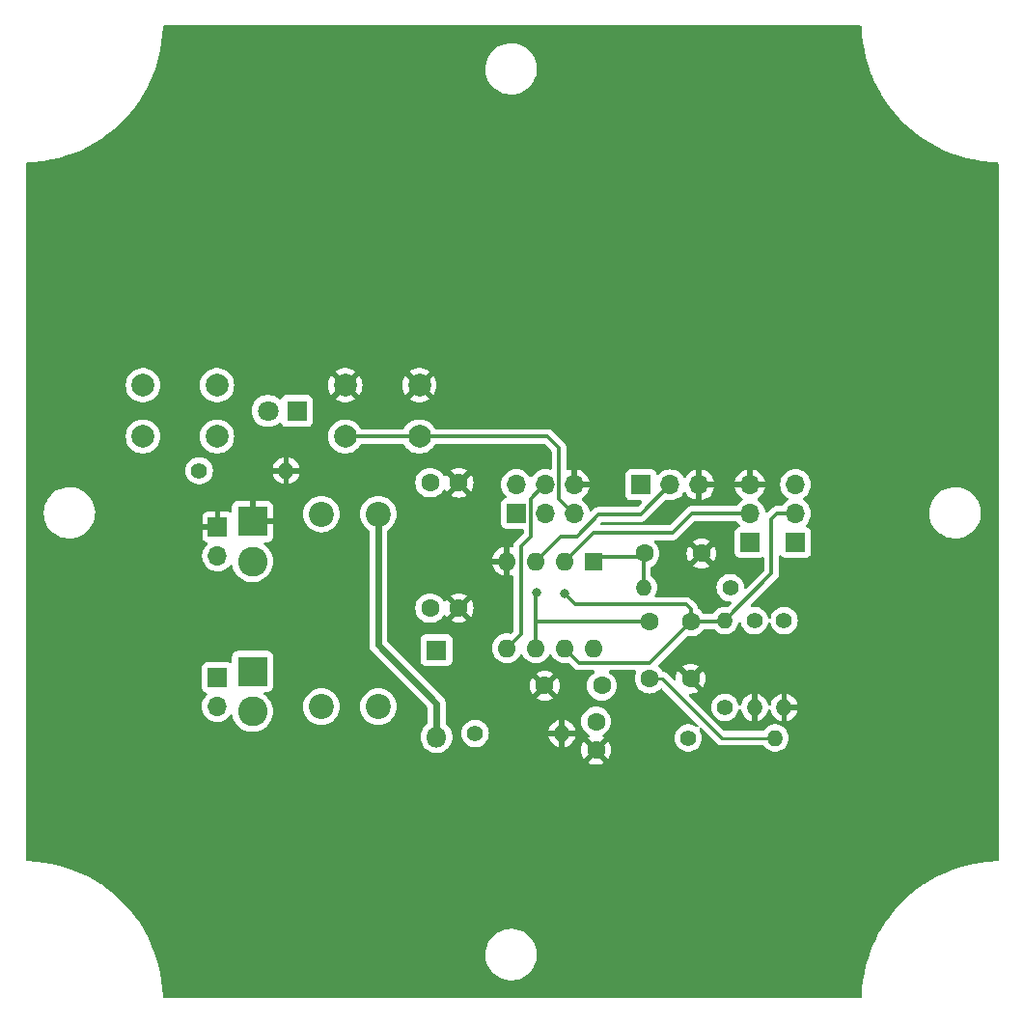
<source format=gbr>
%TF.GenerationSoftware,KiCad,Pcbnew,7.0.6*%
%TF.CreationDate,2023-08-07T22:53:29+02:00*%
%TF.ProjectId,attiny85_time_switch,61747469-6e79-4383-955f-74696d655f73,1.0*%
%TF.SameCoordinates,Original*%
%TF.FileFunction,Copper,L2,Bot*%
%TF.FilePolarity,Positive*%
%FSLAX46Y46*%
G04 Gerber Fmt 4.6, Leading zero omitted, Abs format (unit mm)*
G04 Created by KiCad (PCBNEW 7.0.6) date 2023-08-07 22:53:29*
%MOMM*%
%LPD*%
G01*
G04 APERTURE LIST*
%TA.AperFunction,ComponentPad*%
%ADD10C,1.400000*%
%TD*%
%TA.AperFunction,ComponentPad*%
%ADD11O,1.400000X1.400000*%
%TD*%
%TA.AperFunction,ComponentPad*%
%ADD12R,1.700000X1.700000*%
%TD*%
%TA.AperFunction,ComponentPad*%
%ADD13O,1.700000X1.700000*%
%TD*%
%TA.AperFunction,ComponentPad*%
%ADD14R,2.600000X2.600000*%
%TD*%
%TA.AperFunction,ComponentPad*%
%ADD15C,2.600000*%
%TD*%
%TA.AperFunction,ComponentPad*%
%ADD16R,1.800000X1.800000*%
%TD*%
%TA.AperFunction,ComponentPad*%
%ADD17C,1.800000*%
%TD*%
%TA.AperFunction,ComponentPad*%
%ADD18R,1.600000X1.600000*%
%TD*%
%TA.AperFunction,ComponentPad*%
%ADD19O,1.600000X1.600000*%
%TD*%
%TA.AperFunction,ComponentPad*%
%ADD20C,2.200000*%
%TD*%
%TA.AperFunction,ComponentPad*%
%ADD21O,1.800000X1.800000*%
%TD*%
%TA.AperFunction,ComponentPad*%
%ADD22C,1.600000*%
%TD*%
%TA.AperFunction,ComponentPad*%
%ADD23C,2.000000*%
%TD*%
%TA.AperFunction,ViaPad*%
%ADD24C,0.800000*%
%TD*%
%TA.AperFunction,Conductor*%
%ADD25C,0.300000*%
%TD*%
%TA.AperFunction,Conductor*%
%ADD26C,0.600000*%
%TD*%
%TA.AperFunction,Conductor*%
%ADD27C,0.250000*%
%TD*%
G04 APERTURE END LIST*
D10*
%TO.P,R1,1*%
%TO.N,Net-(Q2-Pad3)*%
X170200000Y-108410000D03*
D11*
%TO.P,R1,2*%
%TO.N,ADC_BATTERY*%
X170200000Y-100790000D03*
%TD*%
D12*
%TO.P,J8,1,Pin_1*%
%TO.N,Net-(J4-Pin_1)*%
X125665000Y-105790000D03*
D13*
%TO.P,J8,2,Pin_2*%
%TO.N,Net-(J4-Pin_2)*%
X125665000Y-108330000D03*
%TD*%
D14*
%TO.P,J4,1,Pin_1*%
%TO.N,Net-(J4-Pin_1)*%
X128767506Y-105262494D03*
D15*
%TO.P,J4,2,Pin_2*%
%TO.N,Net-(J4-Pin_2)*%
X128767506Y-108762494D03*
%TD*%
D16*
%TO.P,D2,1,K*%
%TO.N,Net-(D2-K)*%
X132650000Y-82400000D03*
D17*
%TO.P,D2,2,A*%
%TO.N,Net-(D2-A)*%
X130110000Y-82400000D03*
%TD*%
D18*
%TO.P,U1,1,~{RESET}/PB5*%
%TO.N,RESET*%
X158700000Y-95600000D03*
D19*
%TO.P,U1,2,XTAL1/PB3*%
%TO.N,12V_24V_SEL*%
X156160000Y-95600000D03*
%TO.P,U1,3,XTAL2/PB4*%
%TO.N,FEATURE_SELECT*%
X153620000Y-95600000D03*
%TO.P,U1,4,GND*%
%TO.N,GND*%
X151080000Y-95600000D03*
%TO.P,U1,5,AREF/PB0*%
%TO.N,MOSI*%
X151080000Y-103220000D03*
%TO.P,U1,6,PB1*%
%TO.N,MISO*%
X153620000Y-103220000D03*
%TO.P,U1,7,PB2*%
%TO.N,ADC_BATTERY*%
X156160000Y-103220000D03*
%TO.P,U1,8,VCC*%
%TO.N,VDD_MCU*%
X158700000Y-103220000D03*
%TD*%
D20*
%TO.P,F1,1*%
%TO.N,VIN*%
X139800000Y-91450000D03*
X134800000Y-91450000D03*
%TO.P,F1,2*%
%TO.N,Net-(J4-Pin_2)*%
X139800000Y-108350000D03*
X134800000Y-108350000D03*
%TD*%
D10*
%TO.P,R7,1*%
%TO.N,Net-(J6-Pin_3)*%
X172800000Y-100790000D03*
D11*
%TO.P,R7,2*%
%TO.N,GND*%
X172800000Y-108410000D03*
%TD*%
D16*
%TO.P,D1,1,K*%
%TO.N,Net-(D1-K)*%
X144900000Y-103390000D03*
D21*
%TO.P,D1,2,A*%
%TO.N,VIN*%
X144900000Y-111010000D03*
%TD*%
D12*
%TO.P,J5,1,Pin_1*%
%TO.N,VDD_MCU*%
X172400000Y-93940000D03*
D13*
%TO.P,J5,2,Pin_2*%
%TO.N,12V_24V_SEL*%
X172400000Y-91400000D03*
%TO.P,J5,3,Pin_3*%
%TO.N,GND*%
X172400000Y-88860000D03*
%TD*%
D22*
%TO.P,C4,1*%
%TO.N,ADC_BATTERY*%
X167200000Y-100890000D03*
%TO.P,C4,2*%
%TO.N,GND*%
X167200000Y-105890000D03*
%TD*%
%TO.P,C7,1*%
%TO.N,Net-(C7-Pad1)*%
X163600000Y-105890000D03*
%TO.P,C7,2*%
%TO.N,MISO*%
X163600000Y-100890000D03*
%TD*%
D10*
%TO.P,R3,1*%
%TO.N,MOSI*%
X148290000Y-110700000D03*
D11*
%TO.P,R3,2*%
%TO.N,GND*%
X155910000Y-110700000D03*
%TD*%
D10*
%TO.P,R6,1*%
%TO.N,Net-(D2-K)*%
X124090000Y-87650000D03*
D11*
%TO.P,R6,2*%
%TO.N,GND*%
X131710000Y-87650000D03*
%TD*%
D23*
%TO.P,SW1,1,1*%
%TO.N,GND*%
X136900000Y-80150000D03*
X143400000Y-80150000D03*
%TO.P,SW1,2,2*%
%TO.N,RESET*%
X136900000Y-84650000D03*
X143400000Y-84650000D03*
%TD*%
D10*
%TO.P,R2,1*%
%TO.N,Net-(J6-Pin_1)*%
X175400000Y-100790000D03*
D11*
%TO.P,R2,2*%
%TO.N,GND*%
X175400000Y-108410000D03*
%TD*%
D12*
%TO.P,J2,1,Pin_1*%
%TO.N,MISO*%
X151910006Y-91399994D03*
D13*
%TO.P,J2,2,Pin_2*%
%TO.N,VDD_MCU*%
X151910006Y-88859994D03*
%TO.P,J2,3,Pin_3*%
%TO.N,ADC_BATTERY*%
X154450006Y-91399994D03*
%TO.P,J2,4,Pin_4*%
%TO.N,MOSI*%
X154450006Y-88859994D03*
%TO.P,J2,5,Pin_5*%
%TO.N,RESET*%
X156990006Y-91399994D03*
%TO.P,J2,6,Pin_6*%
%TO.N,GND*%
X156990006Y-88859994D03*
%TD*%
D23*
%TO.P,SW2,1,1*%
%TO.N,Net-(J4-Pin_1)*%
X125650000Y-84650000D03*
X119150000Y-84650000D03*
%TO.P,SW2,2,2*%
%TO.N,Net-(D2-A)*%
X125650000Y-80150000D03*
X119150000Y-80150000D03*
%TD*%
D22*
%TO.P,C5,1*%
%TO.N,RESET*%
X163150000Y-94910000D03*
%TO.P,C5,2*%
%TO.N,GND*%
X168150000Y-94910000D03*
%TD*%
D10*
%TO.P,R5,1*%
%TO.N,VIN*%
X166990000Y-111100000D03*
D11*
%TO.P,R5,2*%
%TO.N,Net-(C7-Pad1)*%
X174610000Y-111100000D03*
%TD*%
D14*
%TO.P,J1,1,Pin_1*%
%TO.N,GND*%
X128767506Y-92112494D03*
D15*
%TO.P,J1,2,Pin_2*%
%TO.N,VIN*%
X128767506Y-95612494D03*
%TD*%
D22*
%TO.P,C6,1*%
%TO.N,VDD_MCU*%
X158900000Y-109650000D03*
%TO.P,C6,2*%
%TO.N,GND*%
X158900000Y-112150000D03*
%TD*%
D12*
%TO.P,J3,1,Pin_1*%
%TO.N,VDD_MCU*%
X162860000Y-88890000D03*
D13*
%TO.P,J3,2,Pin_2*%
%TO.N,FEATURE_SELECT*%
X165400000Y-88890000D03*
%TO.P,J3,3,Pin_3*%
%TO.N,GND*%
X167940000Y-88890000D03*
%TD*%
D12*
%TO.P,J7,1,Pin_1*%
%TO.N,GND*%
X125700000Y-92590000D03*
D13*
%TO.P,J7,2,Pin_2*%
%TO.N,VIN*%
X125700000Y-95130000D03*
%TD*%
D22*
%TO.P,C3,1*%
%TO.N,VDD_MCU*%
X159400000Y-106500000D03*
%TO.P,C3,2*%
%TO.N,GND*%
X154400000Y-106500000D03*
%TD*%
D12*
%TO.P,J6,1,Pin_1*%
%TO.N,Net-(J6-Pin_1)*%
X176400000Y-93940000D03*
D13*
%TO.P,J6,2,Pin_2*%
%TO.N,ADC_BATTERY*%
X176400000Y-91400000D03*
%TO.P,J6,3,Pin_3*%
%TO.N,Net-(J6-Pin_3)*%
X176400000Y-88860000D03*
%TD*%
D10*
%TO.P,R4,1*%
%TO.N,VDD_MCU*%
X170670000Y-97910000D03*
D11*
%TO.P,R4,2*%
%TO.N,RESET*%
X163050000Y-97910000D03*
%TD*%
D22*
%TO.P,C2,1*%
%TO.N,Net-(D1-K)*%
X144350000Y-99700000D03*
%TO.P,C2,2*%
%TO.N,GND*%
X146850000Y-99700000D03*
%TD*%
%TO.P,C1,1*%
%TO.N,VDD_MCU*%
X144350000Y-88700000D03*
%TO.P,C1,2*%
%TO.N,GND*%
X146850000Y-88700000D03*
%TD*%
D24*
%TO.N,ADC_BATTERY*%
X156100000Y-98400000D03*
%TO.N,MISO*%
X153650000Y-98350000D03*
%TD*%
D25*
%TO.N,ADC_BATTERY*%
X174300000Y-91890000D02*
X174790000Y-91400000D01*
X163600000Y-104500000D02*
X157440000Y-104500000D01*
X167200000Y-99800000D02*
X167200000Y-100890000D01*
X167200000Y-100900000D02*
X163600000Y-104500000D01*
X166800000Y-99400000D02*
X167200000Y-99800000D01*
X157440000Y-104500000D02*
X156160000Y-103220000D01*
X156100000Y-98400000D02*
X157100000Y-99400000D01*
X167200000Y-100890000D02*
X170100000Y-100890000D01*
X174300000Y-96690000D02*
X174300000Y-91890000D01*
X157100000Y-99400000D02*
X166800000Y-99400000D01*
X174790000Y-91400000D02*
X176400000Y-91400000D01*
X170200000Y-100790000D02*
X174300000Y-96690000D01*
X167200000Y-100890000D02*
X167200000Y-100900000D01*
%TO.N,RESET*%
X154650000Y-84650000D02*
X143400000Y-84650000D01*
X163050000Y-95010000D02*
X163150000Y-94910000D01*
X143400000Y-84650000D02*
X136900000Y-84650000D01*
X155650000Y-85650000D02*
X154650000Y-84650000D01*
X163150000Y-94910000D02*
X162860000Y-95200000D01*
X162860000Y-95200000D02*
X159100000Y-95200000D01*
X163050000Y-97910000D02*
X163050000Y-95010000D01*
X159100000Y-95200000D02*
X158700000Y-95600000D01*
X155650000Y-90150000D02*
X155650000Y-85650000D01*
X156940000Y-91440000D02*
X155650000Y-90150000D01*
D26*
%TO.N,VIN*%
X144900000Y-108050000D02*
X144900000Y-111010000D01*
X139800000Y-91450000D02*
X139800000Y-102950000D01*
X139800000Y-102950000D02*
X144900000Y-108050000D01*
D25*
%TO.N,MOSI*%
X151080000Y-103220000D02*
X152300000Y-102000000D01*
X153200006Y-93399994D02*
X153200006Y-90099994D01*
X152300000Y-102000000D02*
X152300000Y-94300000D01*
X152300000Y-94300000D02*
X153200006Y-93399994D01*
X153200006Y-90099994D02*
X154400000Y-88900000D01*
D27*
%TO.N,Net-(C7-Pad1)*%
X164690000Y-105890000D02*
X163600000Y-105890000D01*
X169900000Y-111100000D02*
X164690000Y-105890000D01*
X174610000Y-111100000D02*
X169900000Y-111100000D01*
D25*
%TO.N,12V_24V_SEL*%
X156160000Y-95600000D02*
X158660000Y-93100000D01*
X158660000Y-93100000D02*
X165600000Y-93100000D01*
X167300000Y-91400000D02*
X172400000Y-91400000D01*
X165600000Y-93100000D02*
X167300000Y-91400000D01*
%TO.N,MISO*%
X163600000Y-100890000D02*
X153630000Y-100890000D01*
X153620000Y-100900000D02*
X153620000Y-103220000D01*
X153620000Y-103220000D02*
X153620000Y-98380000D01*
X153630000Y-100890000D02*
X153620000Y-100900000D01*
X153620000Y-98380000D02*
X153650000Y-98350000D01*
%TO.N,FEATURE_SELECT*%
X165400000Y-88890000D02*
X162790000Y-91500000D01*
X157200000Y-93400000D02*
X155820000Y-93400000D01*
X162790000Y-91500000D02*
X159100000Y-91500000D01*
X155820000Y-93400000D02*
X153620000Y-95600000D01*
X159100000Y-91500000D02*
X157200000Y-93400000D01*
%TD*%
%TA.AperFunction,Conductor*%
%TO.N,GND*%
G36*
X171209317Y-92070185D02*
G01*
X171243853Y-92103377D01*
X171361501Y-92271396D01*
X171361506Y-92271402D01*
X171483430Y-92393326D01*
X171516915Y-92454649D01*
X171511931Y-92524341D01*
X171470059Y-92580274D01*
X171439083Y-92597189D01*
X171307669Y-92646203D01*
X171307664Y-92646206D01*
X171192455Y-92732452D01*
X171192452Y-92732455D01*
X171106206Y-92847664D01*
X171106202Y-92847671D01*
X171055908Y-92982517D01*
X171051575Y-93022823D01*
X171049501Y-93042123D01*
X171049500Y-93042135D01*
X171049500Y-94837870D01*
X171049501Y-94837876D01*
X171055908Y-94897483D01*
X171106202Y-95032328D01*
X171106206Y-95032335D01*
X171192452Y-95147544D01*
X171192455Y-95147547D01*
X171307664Y-95233793D01*
X171307671Y-95233797D01*
X171442517Y-95284091D01*
X171442516Y-95284091D01*
X171449444Y-95284835D01*
X171502127Y-95290500D01*
X173297872Y-95290499D01*
X173357483Y-95284091D01*
X173482166Y-95237587D01*
X173551859Y-95232603D01*
X173613182Y-95266088D01*
X173646666Y-95327411D01*
X173649500Y-95353769D01*
X173649500Y-96369191D01*
X173629815Y-96436230D01*
X173613181Y-96456872D01*
X172086542Y-97983510D01*
X172025219Y-98016995D01*
X171955527Y-98012011D01*
X171899594Y-97970139D01*
X171875390Y-97907270D01*
X171855115Y-97688464D01*
X171855114Y-97688462D01*
X171851884Y-97677111D01*
X171794229Y-97474472D01*
X171794224Y-97474461D01*
X171695061Y-97275316D01*
X171695056Y-97275308D01*
X171560979Y-97097761D01*
X171396562Y-96947876D01*
X171396560Y-96947874D01*
X171207404Y-96830754D01*
X171207398Y-96830752D01*
X170999940Y-96750382D01*
X170781243Y-96709500D01*
X170558757Y-96709500D01*
X170340060Y-96750382D01*
X170283801Y-96772177D01*
X170132601Y-96830752D01*
X170132595Y-96830754D01*
X169943439Y-96947874D01*
X169943437Y-96947876D01*
X169779020Y-97097761D01*
X169644943Y-97275308D01*
X169644938Y-97275316D01*
X169545775Y-97474461D01*
X169545769Y-97474476D01*
X169484885Y-97688462D01*
X169484884Y-97688464D01*
X169464356Y-97909999D01*
X169464356Y-97910000D01*
X169484884Y-98131535D01*
X169484885Y-98131537D01*
X169545769Y-98345523D01*
X169545775Y-98345538D01*
X169644938Y-98544683D01*
X169644943Y-98544691D01*
X169779020Y-98722238D01*
X169943437Y-98872123D01*
X169943439Y-98872125D01*
X170132595Y-98989245D01*
X170132596Y-98989245D01*
X170132599Y-98989247D01*
X170340060Y-99069618D01*
X170558757Y-99110500D01*
X170558759Y-99110500D01*
X170660191Y-99110500D01*
X170727230Y-99130185D01*
X170772985Y-99182989D01*
X170782929Y-99252147D01*
X170753904Y-99315703D01*
X170747872Y-99322181D01*
X170500105Y-99569947D01*
X170438782Y-99603432D01*
X170389640Y-99604154D01*
X170311243Y-99589500D01*
X170088757Y-99589500D01*
X169870060Y-99630382D01*
X169749586Y-99677054D01*
X169662601Y-99710752D01*
X169662595Y-99710754D01*
X169473439Y-99827874D01*
X169473437Y-99827876D01*
X169309020Y-99977761D01*
X169174944Y-100155307D01*
X169174944Y-100155308D01*
X169174942Y-100155311D01*
X169167243Y-100170771D01*
X169119744Y-100222007D01*
X169056244Y-100239500D01*
X168396683Y-100239500D01*
X168329644Y-100219815D01*
X168295108Y-100186623D01*
X168200045Y-100050858D01*
X168039140Y-99889953D01*
X167900339Y-99792764D01*
X167856714Y-99738187D01*
X167849640Y-99705006D01*
X167848818Y-99705137D01*
X167847597Y-99697431D01*
X167841677Y-99677054D01*
X167837731Y-99658003D01*
X167835071Y-99636942D01*
X167817186Y-99591772D01*
X167815297Y-99586252D01*
X167801743Y-99539599D01*
X167790941Y-99521335D01*
X167782379Y-99503858D01*
X167781351Y-99501262D01*
X167774568Y-99484129D01*
X167746014Y-99444828D01*
X167742810Y-99439950D01*
X167718082Y-99398137D01*
X167718081Y-99398135D01*
X167703074Y-99383128D01*
X167690435Y-99368330D01*
X167677961Y-99351160D01*
X167640528Y-99320194D01*
X167636206Y-99316260D01*
X167320434Y-99000488D01*
X167310361Y-98987914D01*
X167310174Y-98988070D01*
X167305201Y-98982059D01*
X167252756Y-98932810D01*
X167231035Y-98911089D01*
X167225240Y-98906594D01*
X167220798Y-98902799D01*
X167185396Y-98869554D01*
X167185388Y-98869548D01*
X167166792Y-98859325D01*
X167150531Y-98848644D01*
X167133763Y-98835637D01*
X167110295Y-98825482D01*
X167089178Y-98816343D01*
X167083956Y-98813786D01*
X167041368Y-98790373D01*
X167041365Y-98790372D01*
X167020801Y-98785092D01*
X167002396Y-98778790D01*
X166982927Y-98770365D01*
X166982921Y-98770363D01*
X166934951Y-98762766D01*
X166929236Y-98761582D01*
X166912772Y-98757355D01*
X166882180Y-98749500D01*
X166882177Y-98749500D01*
X166860955Y-98749500D01*
X166841555Y-98747973D01*
X166820596Y-98744653D01*
X166820595Y-98744653D01*
X166796786Y-98746903D01*
X166772230Y-98749225D01*
X166766392Y-98749500D01*
X164169418Y-98749500D01*
X164102379Y-98729815D01*
X164056624Y-98677011D01*
X164046680Y-98607853D01*
X164070463Y-98550775D01*
X164075053Y-98544696D01*
X164075056Y-98544691D01*
X164075058Y-98544689D01*
X164174229Y-98345528D01*
X164235115Y-98131536D01*
X164255643Y-97910000D01*
X164235115Y-97688464D01*
X164174229Y-97474472D01*
X164174224Y-97474461D01*
X164075061Y-97275316D01*
X164075056Y-97275308D01*
X163940979Y-97097761D01*
X163776562Y-96947876D01*
X163776558Y-96947872D01*
X163759220Y-96937137D01*
X163712586Y-96885109D01*
X163700500Y-96831712D01*
X163700500Y-96167236D01*
X163720185Y-96100197D01*
X163772096Y-96054854D01*
X163802734Y-96040568D01*
X163989139Y-95910047D01*
X164150047Y-95749139D01*
X164280568Y-95562734D01*
X164376739Y-95356496D01*
X164435635Y-95136692D01*
X164455468Y-94910002D01*
X166845034Y-94910002D01*
X166864858Y-95136599D01*
X166864860Y-95136610D01*
X166923730Y-95356317D01*
X166923734Y-95356326D01*
X167019865Y-95562481D01*
X167019866Y-95562483D01*
X167070973Y-95635471D01*
X167070974Y-95635472D01*
X167752046Y-94954399D01*
X167764835Y-95035148D01*
X167822359Y-95148045D01*
X167911955Y-95237641D01*
X168024852Y-95295165D01*
X168105599Y-95307953D01*
X167424526Y-95989025D01*
X167424526Y-95989026D01*
X167497512Y-96040131D01*
X167497516Y-96040133D01*
X167703673Y-96136265D01*
X167703682Y-96136269D01*
X167923389Y-96195139D01*
X167923400Y-96195141D01*
X168149998Y-96214966D01*
X168150002Y-96214966D01*
X168376599Y-96195141D01*
X168376610Y-96195139D01*
X168596317Y-96136269D01*
X168596331Y-96136264D01*
X168802478Y-96040136D01*
X168875472Y-95989025D01*
X168194401Y-95307953D01*
X168275148Y-95295165D01*
X168388045Y-95237641D01*
X168477641Y-95148045D01*
X168535165Y-95035148D01*
X168547953Y-94954400D01*
X169229025Y-95635472D01*
X169280136Y-95562478D01*
X169376264Y-95356331D01*
X169376269Y-95356317D01*
X169435139Y-95136610D01*
X169435141Y-95136599D01*
X169454966Y-94910002D01*
X169454966Y-94909997D01*
X169435141Y-94683400D01*
X169435139Y-94683389D01*
X169376269Y-94463682D01*
X169376265Y-94463673D01*
X169280133Y-94257516D01*
X169280131Y-94257512D01*
X169229026Y-94184526D01*
X169229025Y-94184526D01*
X168547953Y-94865598D01*
X168535165Y-94784852D01*
X168477641Y-94671955D01*
X168388045Y-94582359D01*
X168275148Y-94524835D01*
X168194400Y-94512046D01*
X168875472Y-93830974D01*
X168875471Y-93830973D01*
X168802483Y-93779866D01*
X168802481Y-93779865D01*
X168596326Y-93683734D01*
X168596317Y-93683730D01*
X168376610Y-93624860D01*
X168376599Y-93624858D01*
X168150002Y-93605034D01*
X168149998Y-93605034D01*
X167923400Y-93624858D01*
X167923389Y-93624860D01*
X167703682Y-93683730D01*
X167703673Y-93683734D01*
X167497513Y-93779868D01*
X167424527Y-93830972D01*
X167424526Y-93830973D01*
X168105600Y-94512046D01*
X168024852Y-94524835D01*
X167911955Y-94582359D01*
X167822359Y-94671955D01*
X167764835Y-94784852D01*
X167752046Y-94865599D01*
X167070973Y-94184526D01*
X167070972Y-94184527D01*
X167019868Y-94257513D01*
X166923734Y-94463673D01*
X166923730Y-94463682D01*
X166864860Y-94683389D01*
X166864858Y-94683400D01*
X166845034Y-94909997D01*
X166845034Y-94910002D01*
X164455468Y-94910002D01*
X164455468Y-94910000D01*
X164454119Y-94894586D01*
X164435635Y-94683313D01*
X164435635Y-94683308D01*
X164386468Y-94499812D01*
X164376741Y-94463511D01*
X164376738Y-94463502D01*
X164371453Y-94452169D01*
X164280568Y-94257266D01*
X164150047Y-94070861D01*
X164150045Y-94070858D01*
X164041368Y-93962181D01*
X164007883Y-93900858D01*
X164012867Y-93831166D01*
X164054739Y-93775233D01*
X164120203Y-93750816D01*
X164129049Y-93750500D01*
X165514495Y-93750500D01*
X165530505Y-93752267D01*
X165530528Y-93752026D01*
X165538289Y-93752758D01*
X165538296Y-93752760D01*
X165610203Y-93750500D01*
X165640925Y-93750500D01*
X165648190Y-93749581D01*
X165654016Y-93749122D01*
X165702569Y-93747597D01*
X165722956Y-93741673D01*
X165741996Y-93737731D01*
X165763058Y-93735071D01*
X165808235Y-93717183D01*
X165813735Y-93715300D01*
X165860398Y-93701744D01*
X165878665Y-93690939D01*
X165896136Y-93682380D01*
X165915871Y-93674568D01*
X165955177Y-93646010D01*
X165960043Y-93642813D01*
X166001865Y-93618081D01*
X166016870Y-93603075D01*
X166031668Y-93590436D01*
X166048837Y-93577963D01*
X166079809Y-93540522D01*
X166083713Y-93536231D01*
X167533126Y-92086819D01*
X167594450Y-92053334D01*
X167620808Y-92050500D01*
X171142278Y-92050500D01*
X171209317Y-92070185D01*
G37*
%TD.AperFunction*%
%TA.AperFunction,Conductor*%
G36*
X182142539Y-48620185D02*
G01*
X182188294Y-48672989D01*
X182199500Y-48724500D01*
X182199500Y-48742313D01*
X182237888Y-49425862D01*
X182314541Y-50106183D01*
X182429220Y-50781136D01*
X182581564Y-51448597D01*
X182771093Y-52106466D01*
X182771095Y-52106471D01*
X182771094Y-52106470D01*
X182997213Y-52752682D01*
X183127931Y-53068261D01*
X183244398Y-53349436D01*
X183259211Y-53385196D01*
X183556249Y-54002003D01*
X183556254Y-54002012D01*
X183887420Y-54601213D01*
X183935488Y-54677712D01*
X184251666Y-55180907D01*
X184647832Y-55739249D01*
X184647832Y-55739250D01*
X184647837Y-55739256D01*
X185074694Y-56274518D01*
X185530892Y-56785004D01*
X186014996Y-57269108D01*
X186015005Y-57269116D01*
X186525477Y-57725302D01*
X187060750Y-58152168D01*
X187060751Y-58152168D01*
X187619093Y-58548334D01*
X187619098Y-58548337D01*
X188198787Y-58912580D01*
X188778968Y-59233234D01*
X188797997Y-59243751D01*
X189414804Y-59540789D01*
X189414808Y-59540790D01*
X189414815Y-59540794D01*
X189654315Y-59639998D01*
X190047318Y-59802787D01*
X190693530Y-60028906D01*
X190693529Y-60028905D01*
X190693534Y-60028907D01*
X191351403Y-60218436D01*
X192018864Y-60370780D01*
X192018866Y-60370780D01*
X192018869Y-60370781D01*
X192018870Y-60370781D01*
X192693817Y-60485459D01*
X192693823Y-60485459D01*
X192693831Y-60485461D01*
X193078917Y-60528848D01*
X193374138Y-60562112D01*
X194057687Y-60600500D01*
X194075500Y-60600500D01*
X194142539Y-60620185D01*
X194188294Y-60672989D01*
X194199500Y-60724500D01*
X194199500Y-121775500D01*
X194179815Y-121842539D01*
X194127011Y-121888294D01*
X194075500Y-121899500D01*
X194057687Y-121899500D01*
X193374138Y-121937888D01*
X193078917Y-121971151D01*
X192693831Y-122014539D01*
X192693823Y-122014540D01*
X192693817Y-122014541D01*
X192018870Y-122129219D01*
X192018869Y-122129219D01*
X192018866Y-122129219D01*
X192018864Y-122129220D01*
X191351403Y-122281564D01*
X190693534Y-122471093D01*
X190693529Y-122471094D01*
X190693530Y-122471094D01*
X190047318Y-122697213D01*
X189654315Y-122860001D01*
X189414815Y-122959206D01*
X189414808Y-122959209D01*
X189414804Y-122959211D01*
X188797997Y-123256249D01*
X188797987Y-123256254D01*
X188797988Y-123256254D01*
X188198787Y-123587420D01*
X187684462Y-123910591D01*
X187619093Y-123951666D01*
X187060751Y-124347832D01*
X187060750Y-124347832D01*
X186525477Y-124774698D01*
X186057835Y-125192608D01*
X186014996Y-125230892D01*
X185530892Y-125714996D01*
X185530883Y-125715005D01*
X185530884Y-125715005D01*
X185074698Y-126225477D01*
X184647832Y-126760750D01*
X184647832Y-126760751D01*
X184251666Y-127319093D01*
X184251663Y-127319098D01*
X183887420Y-127898787D01*
X183698592Y-128240446D01*
X183556249Y-128497997D01*
X183369236Y-128886335D01*
X183259206Y-129114815D01*
X183244395Y-129150572D01*
X182997213Y-129747318D01*
X182771094Y-130393530D01*
X182771093Y-130393534D01*
X182581564Y-131051403D01*
X182429220Y-131718864D01*
X182314541Y-132393817D01*
X182237888Y-133074138D01*
X182199500Y-133757687D01*
X182199500Y-133757695D01*
X182199500Y-133775500D01*
X182179815Y-133842539D01*
X182127011Y-133888294D01*
X182075500Y-133899500D01*
X121024500Y-133899500D01*
X120957461Y-133879815D01*
X120911706Y-133827011D01*
X120900500Y-133775500D01*
X120900500Y-133757695D01*
X120900500Y-133757687D01*
X120862112Y-133074138D01*
X120785459Y-132393817D01*
X120670780Y-131718864D01*
X120518436Y-131051403D01*
X120328907Y-130393534D01*
X120328906Y-130393530D01*
X120252570Y-130175373D01*
X149195723Y-130175373D01*
X149225881Y-130475160D01*
X149225882Y-130475162D01*
X149295728Y-130768252D01*
X149295733Y-130768266D01*
X149404020Y-131049427D01*
X149404024Y-131049436D01*
X149548825Y-131313665D01*
X149548829Y-131313671D01*
X149667229Y-131474364D01*
X149727554Y-131556238D01*
X149727561Y-131556245D01*
X149937019Y-131772823D01*
X150173478Y-131959553D01*
X150173480Y-131959554D01*
X150173485Y-131959558D01*
X150432730Y-132113109D01*
X150710128Y-132230736D01*
X151000729Y-132310340D01*
X151299347Y-132350500D01*
X151299351Y-132350500D01*
X151525252Y-132350500D01*
X151689164Y-132339526D01*
X151750634Y-132335412D01*
X152045903Y-132275396D01*
X152330537Y-132176560D01*
X152599459Y-132040668D01*
X152847869Y-131870144D01*
X153071333Y-131668032D01*
X153265865Y-131437939D01*
X153427993Y-131183970D01*
X153554823Y-130910658D01*
X153644093Y-130622879D01*
X153694209Y-130325770D01*
X153704277Y-130024631D01*
X153674118Y-129724838D01*
X153604269Y-129431739D01*
X153495977Y-129150566D01*
X153351175Y-128886335D01*
X153172446Y-128643762D01*
X152962980Y-128427176D01*
X152839742Y-128329856D01*
X152726521Y-128240446D01*
X152726517Y-128240443D01*
X152726515Y-128240442D01*
X152467270Y-128086891D01*
X152189872Y-127969264D01*
X152189863Y-127969261D01*
X151899272Y-127889660D01*
X151824616Y-127879620D01*
X151600653Y-127849500D01*
X151374756Y-127849500D01*
X151374748Y-127849500D01*
X151149368Y-127864587D01*
X151149359Y-127864589D01*
X150854094Y-127924604D01*
X150569464Y-128023439D01*
X150569459Y-128023441D01*
X150300546Y-128159328D01*
X150052125Y-128329860D01*
X149828665Y-128531969D01*
X149634132Y-128762064D01*
X149472006Y-129016030D01*
X149472005Y-129016032D01*
X149345181Y-129289333D01*
X149345177Y-129289342D01*
X149345176Y-129289346D01*
X149255907Y-129577118D01*
X149205791Y-129874230D01*
X149195723Y-130175373D01*
X120252570Y-130175373D01*
X120102787Y-129747318D01*
X119855605Y-129150572D01*
X119840794Y-129114815D01*
X119730764Y-128886335D01*
X119543751Y-128497997D01*
X119401408Y-128240446D01*
X119212580Y-127898787D01*
X118848337Y-127319098D01*
X118848334Y-127319093D01*
X118452168Y-126760751D01*
X118452168Y-126760750D01*
X118025302Y-126225477D01*
X117569116Y-125715005D01*
X117569108Y-125714996D01*
X117085004Y-125230892D01*
X117042164Y-125192608D01*
X116574523Y-124774698D01*
X116039250Y-124347832D01*
X116039249Y-124347832D01*
X115480907Y-123951666D01*
X115415537Y-123910591D01*
X114901213Y-123587420D01*
X114302012Y-123256254D01*
X114302003Y-123256249D01*
X113685196Y-122959211D01*
X113685191Y-122959209D01*
X113685185Y-122959206D01*
X113445684Y-122860001D01*
X113052682Y-122697213D01*
X112406470Y-122471094D01*
X112406466Y-122471093D01*
X111748597Y-122281564D01*
X111081136Y-122129220D01*
X111081133Y-122129219D01*
X111081131Y-122129219D01*
X111081130Y-122129219D01*
X110406183Y-122014541D01*
X110406176Y-122014540D01*
X110406169Y-122014539D01*
X110021082Y-121971151D01*
X109725862Y-121937888D01*
X109042313Y-121899500D01*
X109042305Y-121899500D01*
X109024500Y-121899500D01*
X108957461Y-121879815D01*
X108911706Y-121827011D01*
X108900500Y-121775500D01*
X108900500Y-108330000D01*
X124309341Y-108330000D01*
X124329936Y-108565403D01*
X124329938Y-108565413D01*
X124391094Y-108793655D01*
X124391096Y-108793659D01*
X124391097Y-108793663D01*
X124415287Y-108845538D01*
X124490965Y-109007830D01*
X124490967Y-109007834D01*
X124576089Y-109129400D01*
X124626505Y-109201401D01*
X124793599Y-109368495D01*
X124871880Y-109423308D01*
X124987165Y-109504032D01*
X124987167Y-109504033D01*
X124987170Y-109504035D01*
X125201337Y-109603903D01*
X125201343Y-109603904D01*
X125201344Y-109603905D01*
X125256285Y-109618626D01*
X125429592Y-109665063D01*
X125617918Y-109681539D01*
X125664999Y-109685659D01*
X125665000Y-109685659D01*
X125665001Y-109685659D01*
X125704234Y-109682226D01*
X125900408Y-109665063D01*
X126128663Y-109603903D01*
X126342830Y-109504035D01*
X126536401Y-109368495D01*
X126703495Y-109201401D01*
X126782572Y-109088466D01*
X126837149Y-109044842D01*
X126906647Y-109037648D01*
X126969002Y-109069171D01*
X127004416Y-109129400D01*
X127005038Y-109131997D01*
X127042170Y-109294682D01*
X127042172Y-109294689D01*
X127140762Y-109545890D01*
X127140764Y-109545894D01*
X127169276Y-109595278D01*
X127275691Y-109779596D01*
X127371312Y-109899500D01*
X127443948Y-109990583D01*
X127605999Y-110140943D01*
X127641765Y-110174129D01*
X127864732Y-110326145D01*
X128107865Y-110443232D01*
X128365734Y-110522774D01*
X128365735Y-110522774D01*
X128365738Y-110522775D01*
X128632569Y-110562993D01*
X128632574Y-110562993D01*
X128632577Y-110562994D01*
X128632578Y-110562994D01*
X128902434Y-110562994D01*
X128902435Y-110562994D01*
X128964097Y-110553700D01*
X129169273Y-110522775D01*
X129169274Y-110522774D01*
X129169278Y-110522774D01*
X129427147Y-110443232D01*
X129670281Y-110326145D01*
X129893247Y-110174129D01*
X130091067Y-109990579D01*
X130259321Y-109779596D01*
X130394249Y-109545892D01*
X130492840Y-109294689D01*
X130552889Y-109031597D01*
X130566847Y-108845342D01*
X130573055Y-108762498D01*
X130573055Y-108762489D01*
X130554840Y-108519431D01*
X130552889Y-108493391D01*
X130520161Y-108350000D01*
X133194551Y-108350000D01*
X133214317Y-108601151D01*
X133273126Y-108846110D01*
X133369533Y-109078859D01*
X133501160Y-109293653D01*
X133501161Y-109293656D01*
X133556604Y-109358571D01*
X133664776Y-109485224D01*
X133763589Y-109569618D01*
X133856343Y-109648838D01*
X133856345Y-109648838D01*
X133858242Y-109650001D01*
X134071140Y-109780466D01*
X134259141Y-109858338D01*
X134303889Y-109876873D01*
X134548852Y-109935683D01*
X134800000Y-109955449D01*
X135051148Y-109935683D01*
X135296111Y-109876873D01*
X135528859Y-109780466D01*
X135743659Y-109648836D01*
X135935224Y-109485224D01*
X136098836Y-109293659D01*
X136230466Y-109078859D01*
X136326873Y-108846111D01*
X136385683Y-108601148D01*
X136405449Y-108350000D01*
X138194551Y-108350000D01*
X138195682Y-108364365D01*
X138214317Y-108601151D01*
X138273126Y-108846110D01*
X138369533Y-109078859D01*
X138501160Y-109293653D01*
X138501161Y-109293656D01*
X138556604Y-109358571D01*
X138664776Y-109485224D01*
X138763589Y-109569618D01*
X138856343Y-109648838D01*
X138856345Y-109648838D01*
X138858242Y-109650001D01*
X139071140Y-109780466D01*
X139259141Y-109858338D01*
X139303889Y-109876873D01*
X139548852Y-109935683D01*
X139800000Y-109955449D01*
X140051148Y-109935683D01*
X140296111Y-109876873D01*
X140528859Y-109780466D01*
X140743659Y-109648836D01*
X140935224Y-109485224D01*
X141098836Y-109293659D01*
X141230466Y-109078859D01*
X141326873Y-108846111D01*
X141385683Y-108601148D01*
X141405449Y-108350000D01*
X141385683Y-108098852D01*
X141326873Y-107853889D01*
X141314758Y-107824641D01*
X141230466Y-107621140D01*
X141098839Y-107406346D01*
X141098838Y-107406343D01*
X141034660Y-107331201D01*
X140935224Y-107214776D01*
X140804670Y-107103272D01*
X140743656Y-107051161D01*
X140743653Y-107051160D01*
X140528859Y-106919533D01*
X140296110Y-106823126D01*
X140051151Y-106764317D01*
X139800000Y-106744551D01*
X139548848Y-106764317D01*
X139303889Y-106823126D01*
X139071140Y-106919533D01*
X138856346Y-107051160D01*
X138856343Y-107051161D01*
X138664776Y-107214776D01*
X138501161Y-107406343D01*
X138501160Y-107406346D01*
X138369533Y-107621140D01*
X138273126Y-107853889D01*
X138214317Y-108098848D01*
X138202164Y-108253268D01*
X138194551Y-108350000D01*
X136405449Y-108350000D01*
X136385683Y-108098852D01*
X136326873Y-107853889D01*
X136314758Y-107824641D01*
X136230466Y-107621140D01*
X136098839Y-107406346D01*
X136098838Y-107406343D01*
X136034660Y-107331201D01*
X135935224Y-107214776D01*
X135804670Y-107103272D01*
X135743656Y-107051161D01*
X135743653Y-107051160D01*
X135528859Y-106919533D01*
X135296110Y-106823126D01*
X135051151Y-106764317D01*
X134837254Y-106747483D01*
X134800000Y-106744551D01*
X134799999Y-106744551D01*
X134548848Y-106764317D01*
X134303889Y-106823126D01*
X134071140Y-106919533D01*
X133856346Y-107051160D01*
X133856343Y-107051161D01*
X133664776Y-107214776D01*
X133501161Y-107406343D01*
X133501160Y-107406346D01*
X133369533Y-107621140D01*
X133273126Y-107853889D01*
X133214317Y-108098848D01*
X133194551Y-108350000D01*
X130520161Y-108350000D01*
X130492840Y-108230299D01*
X130394249Y-107979096D01*
X130259321Y-107745392D01*
X130091067Y-107534409D01*
X130091066Y-107534408D01*
X130091063Y-107534404D01*
X129893247Y-107350859D01*
X129872440Y-107336673D01*
X129803169Y-107289444D01*
X129758869Y-107235418D01*
X129750810Y-107166015D01*
X129781553Y-107103272D01*
X129841337Y-107067110D01*
X129873023Y-107062993D01*
X130115377Y-107062993D01*
X130115378Y-107062993D01*
X130174989Y-107056585D01*
X130309837Y-107006290D01*
X130425052Y-106920040D01*
X130511302Y-106804825D01*
X130561597Y-106669977D01*
X130568006Y-106610367D01*
X130568005Y-103914622D01*
X130561597Y-103855011D01*
X130546571Y-103814725D01*
X130511303Y-103720165D01*
X130511299Y-103720158D01*
X130425053Y-103604949D01*
X130425050Y-103604946D01*
X130309841Y-103518700D01*
X130309834Y-103518696D01*
X130174988Y-103468402D01*
X130174989Y-103468402D01*
X130115389Y-103461995D01*
X130115387Y-103461994D01*
X130115379Y-103461994D01*
X130115370Y-103461994D01*
X127419635Y-103461994D01*
X127419629Y-103461995D01*
X127360022Y-103468402D01*
X127225177Y-103518696D01*
X127225170Y-103518700D01*
X127109961Y-103604946D01*
X127109958Y-103604949D01*
X127023712Y-103720158D01*
X127023708Y-103720165D01*
X126973414Y-103855011D01*
X126967007Y-103914610D01*
X126967005Y-103914629D01*
X126967005Y-104405444D01*
X126947320Y-104472484D01*
X126894516Y-104518238D01*
X126825358Y-104528182D01*
X126768692Y-104504709D01*
X126757332Y-104496204D01*
X126757328Y-104496202D01*
X126622482Y-104445908D01*
X126622483Y-104445908D01*
X126562883Y-104439501D01*
X126562881Y-104439500D01*
X126562873Y-104439500D01*
X126562864Y-104439500D01*
X124767129Y-104439500D01*
X124767123Y-104439501D01*
X124707516Y-104445908D01*
X124572671Y-104496202D01*
X124572664Y-104496206D01*
X124457455Y-104582452D01*
X124457452Y-104582455D01*
X124371206Y-104697664D01*
X124371202Y-104697671D01*
X124320908Y-104832517D01*
X124314501Y-104892116D01*
X124314500Y-104892135D01*
X124314500Y-106687870D01*
X124314501Y-106687876D01*
X124320908Y-106747483D01*
X124371202Y-106882328D01*
X124371206Y-106882335D01*
X124457452Y-106997544D01*
X124457455Y-106997547D01*
X124572664Y-107083793D01*
X124572671Y-107083797D01*
X124704081Y-107132810D01*
X124760015Y-107174681D01*
X124784432Y-107240145D01*
X124769580Y-107308418D01*
X124748430Y-107336673D01*
X124626503Y-107458600D01*
X124490965Y-107652169D01*
X124490964Y-107652171D01*
X124391098Y-107866335D01*
X124391094Y-107866344D01*
X124329938Y-108094586D01*
X124329936Y-108094596D01*
X124309341Y-108329999D01*
X124309341Y-108330000D01*
X108900500Y-108330000D01*
X108900500Y-95130000D01*
X124344341Y-95130000D01*
X124364936Y-95365403D01*
X124364938Y-95365413D01*
X124426094Y-95593655D01*
X124426096Y-95593659D01*
X124426097Y-95593663D01*
X124445593Y-95635472D01*
X124525965Y-95807830D01*
X124525967Y-95807834D01*
X124615071Y-95935086D01*
X124661505Y-96001401D01*
X124828599Y-96168495D01*
X124925384Y-96236264D01*
X125022165Y-96304032D01*
X125022167Y-96304033D01*
X125022170Y-96304035D01*
X125236337Y-96403903D01*
X125236343Y-96403904D01*
X125236344Y-96403905D01*
X125291285Y-96418626D01*
X125464592Y-96465063D01*
X125652918Y-96481539D01*
X125699999Y-96485659D01*
X125700000Y-96485659D01*
X125700001Y-96485659D01*
X125739234Y-96482226D01*
X125935408Y-96465063D01*
X126163663Y-96403903D01*
X126377830Y-96304035D01*
X126571401Y-96168495D01*
X126738495Y-96001401D01*
X126782570Y-95938455D01*
X126837145Y-95894831D01*
X126906643Y-95887637D01*
X126968998Y-95919159D01*
X127004413Y-95979389D01*
X127005035Y-95981986D01*
X127042170Y-96144682D01*
X127042172Y-96144689D01*
X127140506Y-96395239D01*
X127140763Y-96395892D01*
X127275691Y-96629596D01*
X127355868Y-96730134D01*
X127443948Y-96840583D01*
X127590430Y-96976497D01*
X127641765Y-97024129D01*
X127864732Y-97176145D01*
X128107865Y-97293232D01*
X128365734Y-97372774D01*
X128365735Y-97372774D01*
X128365738Y-97372775D01*
X128632569Y-97412993D01*
X128632574Y-97412993D01*
X128632577Y-97412994D01*
X128632578Y-97412994D01*
X128902434Y-97412994D01*
X128902435Y-97412994D01*
X128902442Y-97412993D01*
X129169273Y-97372775D01*
X129169274Y-97372774D01*
X129169278Y-97372774D01*
X129427147Y-97293232D01*
X129670281Y-97176145D01*
X129893247Y-97024129D01*
X130091067Y-96840579D01*
X130259321Y-96629596D01*
X130394249Y-96395892D01*
X130492840Y-96144689D01*
X130552889Y-95881597D01*
X130573055Y-95612494D01*
X130571643Y-95593655D01*
X130554539Y-95365408D01*
X130552889Y-95343391D01*
X130492840Y-95080299D01*
X130394249Y-94829096D01*
X130259321Y-94595392D01*
X130091067Y-94384409D01*
X130091066Y-94384408D01*
X130091063Y-94384404D01*
X129893247Y-94200859D01*
X129869291Y-94184526D01*
X129802437Y-94138945D01*
X129758137Y-94084919D01*
X129750078Y-94015516D01*
X129780821Y-93952773D01*
X129840605Y-93916611D01*
X129872291Y-93912494D01*
X130115334Y-93912494D01*
X130115350Y-93912493D01*
X130174878Y-93906092D01*
X130174885Y-93906090D01*
X130309592Y-93855848D01*
X130309599Y-93855844D01*
X130424693Y-93769684D01*
X130424696Y-93769681D01*
X130510856Y-93654587D01*
X130510860Y-93654580D01*
X130561102Y-93519873D01*
X130561104Y-93519866D01*
X130567505Y-93460338D01*
X130567506Y-93460321D01*
X130567506Y-92362494D01*
X129368234Y-92362494D01*
X129390606Y-92314951D01*
X129421379Y-92153632D01*
X129411067Y-91989728D01*
X129369726Y-91862494D01*
X130567506Y-91862494D01*
X130567506Y-91449999D01*
X133194551Y-91449999D01*
X133214317Y-91701151D01*
X133273126Y-91946110D01*
X133369533Y-92178859D01*
X133501160Y-92393653D01*
X133501161Y-92393656D01*
X133546436Y-92446666D01*
X133664776Y-92585224D01*
X133791892Y-92693791D01*
X133856343Y-92748838D01*
X133856345Y-92748838D01*
X133867465Y-92755653D01*
X134071140Y-92880466D01*
X134261874Y-92959470D01*
X134303889Y-92976873D01*
X134548852Y-93035683D01*
X134800000Y-93055449D01*
X135051148Y-93035683D01*
X135296111Y-92976873D01*
X135528859Y-92880466D01*
X135743659Y-92748836D01*
X135935224Y-92585224D01*
X136098836Y-92393659D01*
X136230466Y-92178859D01*
X136326873Y-91946111D01*
X136385683Y-91701148D01*
X136405449Y-91450000D01*
X138194551Y-91450000D01*
X138214317Y-91701151D01*
X138273126Y-91946110D01*
X138369533Y-92178859D01*
X138501160Y-92393653D01*
X138501161Y-92393656D01*
X138546436Y-92446666D01*
X138664776Y-92585224D01*
X138856341Y-92748836D01*
X138940289Y-92800279D01*
X138987165Y-92852091D01*
X138999500Y-92906007D01*
X138999500Y-103040191D01*
X138999501Y-103040200D01*
X139008791Y-103080908D01*
X139009955Y-103087763D01*
X139014632Y-103129259D01*
X139028420Y-103168662D01*
X139030345Y-103175345D01*
X139039639Y-103216061D01*
X139057759Y-103253688D01*
X139060421Y-103260114D01*
X139074212Y-103299525D01*
X139096422Y-103334872D01*
X139099787Y-103340959D01*
X139117910Y-103378589D01*
X139143940Y-103411229D01*
X139147966Y-103416904D01*
X139170182Y-103452259D01*
X139170184Y-103452262D01*
X144063181Y-108345259D01*
X144096666Y-108406582D01*
X144099500Y-108432940D01*
X144099500Y-109797718D01*
X144079815Y-109864757D01*
X144051662Y-109895571D01*
X143948222Y-109976081D01*
X143948219Y-109976084D01*
X143791016Y-110146852D01*
X143664075Y-110341151D01*
X143570842Y-110553699D01*
X143513866Y-110778691D01*
X143513864Y-110778702D01*
X143494700Y-111009993D01*
X143494700Y-111010006D01*
X143513864Y-111241297D01*
X143513866Y-111241308D01*
X143570842Y-111466300D01*
X143664075Y-111678848D01*
X143791016Y-111873147D01*
X143791019Y-111873151D01*
X143791021Y-111873153D01*
X143948216Y-112043913D01*
X143948219Y-112043915D01*
X143948222Y-112043918D01*
X144131365Y-112186464D01*
X144131371Y-112186468D01*
X144131374Y-112186470D01*
X144335497Y-112296936D01*
X144449487Y-112336068D01*
X144555015Y-112372297D01*
X144555017Y-112372297D01*
X144555019Y-112372298D01*
X144783951Y-112410500D01*
X144783952Y-112410500D01*
X145016048Y-112410500D01*
X145016049Y-112410500D01*
X145244981Y-112372298D01*
X145464503Y-112296936D01*
X145668626Y-112186470D01*
X145851784Y-112043913D01*
X146008979Y-111873153D01*
X146135924Y-111678849D01*
X146229157Y-111466300D01*
X146286134Y-111241305D01*
X146294899Y-111135528D01*
X146305300Y-111010006D01*
X146305300Y-111009993D01*
X146286135Y-110778702D01*
X146286133Y-110778691D01*
X146266206Y-110700000D01*
X147084356Y-110700000D01*
X147104884Y-110921535D01*
X147104885Y-110921537D01*
X147165769Y-111135523D01*
X147165775Y-111135538D01*
X147264938Y-111334683D01*
X147264943Y-111334691D01*
X147399020Y-111512238D01*
X147563437Y-111662123D01*
X147563439Y-111662125D01*
X147752595Y-111779245D01*
X147752596Y-111779245D01*
X147752599Y-111779247D01*
X147960060Y-111859618D01*
X148178757Y-111900500D01*
X148178759Y-111900500D01*
X148401241Y-111900500D01*
X148401243Y-111900500D01*
X148619940Y-111859618D01*
X148827401Y-111779247D01*
X149016562Y-111662124D01*
X149180981Y-111512236D01*
X149315058Y-111334689D01*
X149414229Y-111135528D01*
X149467016Y-110950000D01*
X154733505Y-110950000D01*
X154786239Y-111135349D01*
X154885368Y-111334425D01*
X155019391Y-111511900D01*
X155183738Y-111661721D01*
X155372820Y-111778797D01*
X155372822Y-111778798D01*
X155580195Y-111859135D01*
X155660000Y-111874052D01*
X155660000Y-110950000D01*
X154733505Y-110950000D01*
X149467016Y-110950000D01*
X149475115Y-110921536D01*
X149492928Y-110729302D01*
X155556372Y-110729302D01*
X155585047Y-110842538D01*
X155648936Y-110940327D01*
X155741115Y-111012072D01*
X155851595Y-111050000D01*
X155939005Y-111050000D01*
X156025216Y-111035614D01*
X156127947Y-110980019D01*
X156155581Y-110950000D01*
X156160000Y-110950000D01*
X156160000Y-111874052D01*
X156239804Y-111859135D01*
X156447177Y-111778798D01*
X156447179Y-111778797D01*
X156636261Y-111661721D01*
X156800608Y-111511900D01*
X156934631Y-111334425D01*
X157033760Y-111135349D01*
X157086495Y-110950000D01*
X156160000Y-110950000D01*
X156155581Y-110950000D01*
X156207060Y-110894079D01*
X156253982Y-110787108D01*
X156263628Y-110670698D01*
X156234953Y-110557462D01*
X156171064Y-110459673D01*
X156078885Y-110387928D01*
X155968405Y-110350000D01*
X155880995Y-110350000D01*
X155794784Y-110364386D01*
X155692053Y-110419981D01*
X155612940Y-110505921D01*
X155566018Y-110612892D01*
X155556372Y-110729302D01*
X149492928Y-110729302D01*
X149495643Y-110700000D01*
X149475115Y-110478464D01*
X149467016Y-110450000D01*
X154733505Y-110450000D01*
X155660000Y-110450000D01*
X155660000Y-109525946D01*
X156160000Y-109525946D01*
X156160000Y-110450000D01*
X157086495Y-110450000D01*
X157033760Y-110264650D01*
X156934631Y-110065574D01*
X156800608Y-109888099D01*
X156636261Y-109738278D01*
X156493690Y-109650001D01*
X157594532Y-109650001D01*
X157614364Y-109876686D01*
X157614366Y-109876697D01*
X157673258Y-110096488D01*
X157673261Y-110096497D01*
X157769431Y-110302732D01*
X157769432Y-110302734D01*
X157899954Y-110489141D01*
X158060858Y-110650045D01*
X158081462Y-110664472D01*
X158247266Y-110780568D01*
X158262975Y-110787893D01*
X158315414Y-110834064D01*
X158334567Y-110901257D01*
X158314352Y-110968138D01*
X158262979Y-111012656D01*
X158247512Y-111019868D01*
X158174527Y-111070972D01*
X158174526Y-111070973D01*
X158855600Y-111752046D01*
X158774852Y-111764835D01*
X158661955Y-111822359D01*
X158572359Y-111911955D01*
X158514835Y-112024852D01*
X158502046Y-112105598D01*
X157820973Y-111424526D01*
X157769868Y-111497513D01*
X157673734Y-111703673D01*
X157673730Y-111703682D01*
X157614860Y-111923389D01*
X157614858Y-111923400D01*
X157595034Y-112149997D01*
X157595034Y-112150002D01*
X157614858Y-112376599D01*
X157614860Y-112376610D01*
X157673730Y-112596317D01*
X157673734Y-112596326D01*
X157769865Y-112802481D01*
X157769866Y-112802483D01*
X157820973Y-112875471D01*
X157820973Y-112875472D01*
X158502045Y-112194399D01*
X158514835Y-112275148D01*
X158572359Y-112388045D01*
X158661955Y-112477641D01*
X158774852Y-112535165D01*
X158855599Y-112547953D01*
X158174526Y-113229025D01*
X158174526Y-113229026D01*
X158247512Y-113280131D01*
X158247516Y-113280133D01*
X158453673Y-113376265D01*
X158453682Y-113376269D01*
X158673389Y-113435139D01*
X158673400Y-113435141D01*
X158899998Y-113454966D01*
X158900002Y-113454966D01*
X159126599Y-113435141D01*
X159126610Y-113435139D01*
X159346317Y-113376269D01*
X159346331Y-113376264D01*
X159552478Y-113280136D01*
X159625472Y-113229025D01*
X158944401Y-112547953D01*
X159025148Y-112535165D01*
X159138045Y-112477641D01*
X159227641Y-112388045D01*
X159285165Y-112275148D01*
X159297953Y-112194400D01*
X159979025Y-112875472D01*
X160030136Y-112802478D01*
X160126264Y-112596331D01*
X160126269Y-112596317D01*
X160185139Y-112376610D01*
X160185141Y-112376599D01*
X160204966Y-112150002D01*
X160204966Y-112149997D01*
X160185141Y-111923400D01*
X160185139Y-111923389D01*
X160126269Y-111703682D01*
X160126265Y-111703673D01*
X160030133Y-111497516D01*
X160030131Y-111497512D01*
X159979026Y-111424526D01*
X159979025Y-111424526D01*
X159297953Y-112105598D01*
X159285165Y-112024852D01*
X159227641Y-111911955D01*
X159138045Y-111822359D01*
X159025148Y-111764835D01*
X158944400Y-111752046D01*
X159625472Y-111070974D01*
X159625471Y-111070973D01*
X159552483Y-111019866D01*
X159552481Y-111019865D01*
X159537023Y-111012657D01*
X159484584Y-110966484D01*
X159465432Y-110899290D01*
X159485648Y-110832409D01*
X159537023Y-110787893D01*
X159552734Y-110780568D01*
X159739139Y-110650047D01*
X159900047Y-110489139D01*
X160030568Y-110302734D01*
X160126739Y-110096496D01*
X160185635Y-109876692D01*
X160205468Y-109650000D01*
X160205366Y-109648839D01*
X160196360Y-109545892D01*
X160185635Y-109423308D01*
X160126739Y-109203504D01*
X160030568Y-108997266D01*
X159900047Y-108810861D01*
X159900045Y-108810858D01*
X159739141Y-108649954D01*
X159552734Y-108519432D01*
X159552732Y-108519431D01*
X159346497Y-108423261D01*
X159346488Y-108423258D01*
X159126697Y-108364366D01*
X159126693Y-108364365D01*
X159126692Y-108364365D01*
X159126691Y-108364364D01*
X159126686Y-108364364D01*
X158900002Y-108344532D01*
X158899998Y-108344532D01*
X158673313Y-108364364D01*
X158673302Y-108364366D01*
X158453511Y-108423258D01*
X158453502Y-108423261D01*
X158247267Y-108519431D01*
X158247265Y-108519432D01*
X158060858Y-108649954D01*
X157899954Y-108810858D01*
X157769432Y-108997265D01*
X157769431Y-108997267D01*
X157673261Y-109203502D01*
X157673258Y-109203511D01*
X157614366Y-109423302D01*
X157614364Y-109423313D01*
X157594532Y-109649998D01*
X157594532Y-109650001D01*
X156493690Y-109650001D01*
X156447179Y-109621202D01*
X156447177Y-109621201D01*
X156239799Y-109540864D01*
X156160000Y-109525946D01*
X155660000Y-109525946D01*
X155580200Y-109540864D01*
X155372822Y-109621201D01*
X155372820Y-109621202D01*
X155183738Y-109738278D01*
X155019391Y-109888099D01*
X154885368Y-110065574D01*
X154786239Y-110264650D01*
X154733505Y-110450000D01*
X149467016Y-110450000D01*
X149414229Y-110264472D01*
X149413861Y-110263733D01*
X149315061Y-110065316D01*
X149315056Y-110065308D01*
X149180979Y-109887761D01*
X149016562Y-109737876D01*
X149016560Y-109737874D01*
X148827404Y-109620754D01*
X148827398Y-109620752D01*
X148619940Y-109540382D01*
X148401243Y-109499500D01*
X148178757Y-109499500D01*
X147960060Y-109540382D01*
X147847335Y-109584052D01*
X147752601Y-109620752D01*
X147752595Y-109620754D01*
X147563439Y-109737874D01*
X147563437Y-109737876D01*
X147399020Y-109887761D01*
X147264943Y-110065308D01*
X147264938Y-110065316D01*
X147165775Y-110264461D01*
X147165769Y-110264476D01*
X147104885Y-110478462D01*
X147104884Y-110478464D01*
X147084356Y-110699999D01*
X147084356Y-110700000D01*
X146266206Y-110700000D01*
X146229157Y-110553699D01*
X146135924Y-110341151D01*
X146008983Y-110146852D01*
X146008980Y-110146849D01*
X146008979Y-110146847D01*
X145851784Y-109976087D01*
X145851779Y-109976083D01*
X145851777Y-109976081D01*
X145748338Y-109895571D01*
X145707525Y-109838861D01*
X145700500Y-109797718D01*
X145700500Y-107959807D01*
X145700500Y-107959806D01*
X145691207Y-107919093D01*
X145690042Y-107912233D01*
X145687874Y-107892991D01*
X145685368Y-107870745D01*
X145679470Y-107853889D01*
X145671576Y-107831328D01*
X145669650Y-107824641D01*
X145660361Y-107783941D01*
X145642244Y-107746320D01*
X145639581Y-107739891D01*
X145625789Y-107700477D01*
X145614577Y-107682635D01*
X145603567Y-107665112D01*
X145600206Y-107659030D01*
X145582091Y-107621412D01*
X145582090Y-107621411D01*
X145556055Y-107588765D01*
X145552028Y-107583089D01*
X145549475Y-107579026D01*
X145529816Y-107547738D01*
X145402262Y-107420184D01*
X144482080Y-106500002D01*
X153095034Y-106500002D01*
X153114858Y-106726599D01*
X153114860Y-106726610D01*
X153173730Y-106946317D01*
X153173734Y-106946326D01*
X153269865Y-107152481D01*
X153269866Y-107152483D01*
X153320973Y-107225471D01*
X153320973Y-107225472D01*
X154002046Y-106544399D01*
X154014835Y-106625148D01*
X154072359Y-106738045D01*
X154161955Y-106827641D01*
X154274852Y-106885165D01*
X154355599Y-106897953D01*
X153674526Y-107579025D01*
X153674526Y-107579026D01*
X153747512Y-107630131D01*
X153747516Y-107630133D01*
X153953673Y-107726265D01*
X153953682Y-107726269D01*
X154173389Y-107785139D01*
X154173400Y-107785141D01*
X154399998Y-107804966D01*
X154400002Y-107804966D01*
X154626599Y-107785141D01*
X154626610Y-107785139D01*
X154846317Y-107726269D01*
X154846331Y-107726264D01*
X155052478Y-107630136D01*
X155125472Y-107579025D01*
X154444401Y-106897953D01*
X154525148Y-106885165D01*
X154638045Y-106827641D01*
X154727641Y-106738045D01*
X154785165Y-106625148D01*
X154797953Y-106544400D01*
X155479025Y-107225472D01*
X155530136Y-107152478D01*
X155626264Y-106946331D01*
X155626269Y-106946317D01*
X155685139Y-106726610D01*
X155685141Y-106726599D01*
X155704966Y-106500002D01*
X155704966Y-106499997D01*
X155685141Y-106273400D01*
X155685139Y-106273389D01*
X155626269Y-106053682D01*
X155626265Y-106053673D01*
X155530133Y-105847516D01*
X155530131Y-105847512D01*
X155479026Y-105774526D01*
X155479025Y-105774526D01*
X154797953Y-106455598D01*
X154785165Y-106374852D01*
X154727641Y-106261955D01*
X154638045Y-106172359D01*
X154525148Y-106114835D01*
X154444400Y-106102046D01*
X155125472Y-105420974D01*
X155125471Y-105420973D01*
X155052483Y-105369866D01*
X155052481Y-105369865D01*
X154846326Y-105273734D01*
X154846317Y-105273730D01*
X154626610Y-105214860D01*
X154626599Y-105214858D01*
X154400002Y-105195034D01*
X154399998Y-105195034D01*
X154173400Y-105214858D01*
X154173389Y-105214860D01*
X153953682Y-105273730D01*
X153953673Y-105273734D01*
X153747513Y-105369868D01*
X153674527Y-105420972D01*
X153674526Y-105420973D01*
X154355600Y-106102046D01*
X154274852Y-106114835D01*
X154161955Y-106172359D01*
X154072359Y-106261955D01*
X154014835Y-106374852D01*
X154002046Y-106455598D01*
X153320973Y-105774526D01*
X153269868Y-105847513D01*
X153173734Y-106053673D01*
X153173730Y-106053682D01*
X153114860Y-106273389D01*
X153114858Y-106273400D01*
X153095034Y-106499997D01*
X153095034Y-106500002D01*
X144482080Y-106500002D01*
X142319948Y-104337870D01*
X143499500Y-104337870D01*
X143499501Y-104337876D01*
X143505908Y-104397483D01*
X143556202Y-104532328D01*
X143556206Y-104532335D01*
X143642452Y-104647544D01*
X143642455Y-104647547D01*
X143757664Y-104733793D01*
X143757671Y-104733797D01*
X143892517Y-104784091D01*
X143892516Y-104784091D01*
X143899444Y-104784835D01*
X143952127Y-104790500D01*
X145847872Y-104790499D01*
X145907483Y-104784091D01*
X146042331Y-104733796D01*
X146157546Y-104647546D01*
X146243796Y-104532331D01*
X146294091Y-104397483D01*
X146300500Y-104337873D01*
X146300499Y-102442128D01*
X146294091Y-102382517D01*
X146293473Y-102380861D01*
X146243797Y-102247671D01*
X146243793Y-102247664D01*
X146157547Y-102132455D01*
X146157544Y-102132452D01*
X146042335Y-102046206D01*
X146042328Y-102046202D01*
X145907482Y-101995908D01*
X145907483Y-101995908D01*
X145847883Y-101989501D01*
X145847881Y-101989500D01*
X145847873Y-101989500D01*
X145847864Y-101989500D01*
X143952129Y-101989500D01*
X143952123Y-101989501D01*
X143892516Y-101995908D01*
X143757671Y-102046202D01*
X143757664Y-102046206D01*
X143642455Y-102132452D01*
X143642452Y-102132455D01*
X143556206Y-102247664D01*
X143556202Y-102247671D01*
X143505908Y-102382517D01*
X143499501Y-102442116D01*
X143499501Y-102442123D01*
X143499500Y-102442135D01*
X143499500Y-104337870D01*
X142319948Y-104337870D01*
X140636819Y-102654741D01*
X140603334Y-102593418D01*
X140600500Y-102567060D01*
X140600500Y-99700001D01*
X143044532Y-99700001D01*
X143064364Y-99926686D01*
X143064366Y-99926697D01*
X143123258Y-100146488D01*
X143123261Y-100146497D01*
X143219431Y-100352732D01*
X143219432Y-100352734D01*
X143349954Y-100539141D01*
X143510858Y-100700045D01*
X143510861Y-100700047D01*
X143697266Y-100830568D01*
X143903504Y-100926739D01*
X144123308Y-100985635D01*
X144285230Y-100999801D01*
X144349998Y-101005468D01*
X144350000Y-101005468D01*
X144350002Y-101005468D01*
X144406672Y-101000509D01*
X144576692Y-100985635D01*
X144796496Y-100926739D01*
X145002734Y-100830568D01*
X145189139Y-100700047D01*
X145350047Y-100539139D01*
X145480568Y-100352734D01*
X145487893Y-100337023D01*
X145534062Y-100284586D01*
X145601254Y-100265432D01*
X145668136Y-100285645D01*
X145712657Y-100337023D01*
X145719865Y-100352481D01*
X145719866Y-100352483D01*
X145770973Y-100425471D01*
X145770974Y-100425472D01*
X146452046Y-99744399D01*
X146464835Y-99825148D01*
X146522359Y-99938045D01*
X146611955Y-100027641D01*
X146724852Y-100085165D01*
X146805599Y-100097953D01*
X146124526Y-100779025D01*
X146124526Y-100779026D01*
X146197512Y-100830131D01*
X146197516Y-100830133D01*
X146403673Y-100926265D01*
X146403682Y-100926269D01*
X146623389Y-100985139D01*
X146623400Y-100985141D01*
X146849998Y-101004966D01*
X146850002Y-101004966D01*
X147076599Y-100985141D01*
X147076610Y-100985139D01*
X147296317Y-100926269D01*
X147296331Y-100926264D01*
X147502478Y-100830136D01*
X147575472Y-100779025D01*
X146894401Y-100097953D01*
X146975148Y-100085165D01*
X147088045Y-100027641D01*
X147177641Y-99938045D01*
X147235165Y-99825148D01*
X147247953Y-99744400D01*
X147929025Y-100425472D01*
X147980136Y-100352478D01*
X148076264Y-100146331D01*
X148076269Y-100146317D01*
X148135139Y-99926610D01*
X148135141Y-99926599D01*
X148154966Y-99700002D01*
X148154966Y-99699997D01*
X148135141Y-99473400D01*
X148135139Y-99473389D01*
X148076269Y-99253682D01*
X148076265Y-99253673D01*
X147980133Y-99047516D01*
X147980131Y-99047512D01*
X147929026Y-98974526D01*
X147929025Y-98974526D01*
X147247953Y-99655598D01*
X147235165Y-99574852D01*
X147177641Y-99461955D01*
X147088045Y-99372359D01*
X146975148Y-99314835D01*
X146894400Y-99302046D01*
X147575472Y-98620974D01*
X147575471Y-98620973D01*
X147502483Y-98569866D01*
X147502481Y-98569865D01*
X147296326Y-98473734D01*
X147296317Y-98473730D01*
X147076610Y-98414860D01*
X147076599Y-98414858D01*
X146850002Y-98395034D01*
X146849998Y-98395034D01*
X146623400Y-98414858D01*
X146623389Y-98414860D01*
X146403682Y-98473730D01*
X146403673Y-98473734D01*
X146197513Y-98569868D01*
X146124527Y-98620972D01*
X146124526Y-98620973D01*
X146805600Y-99302046D01*
X146724852Y-99314835D01*
X146611955Y-99372359D01*
X146522359Y-99461955D01*
X146464835Y-99574852D01*
X146452046Y-99655599D01*
X145770973Y-98974526D01*
X145770972Y-98974527D01*
X145719868Y-99047512D01*
X145712656Y-99062979D01*
X145666482Y-99115417D01*
X145599288Y-99134567D01*
X145532407Y-99114350D01*
X145487893Y-99062976D01*
X145480568Y-99047266D01*
X145356134Y-98869554D01*
X145350045Y-98860858D01*
X145189141Y-98699954D01*
X145002734Y-98569432D01*
X145002732Y-98569431D01*
X144796497Y-98473261D01*
X144796488Y-98473258D01*
X144576697Y-98414366D01*
X144576693Y-98414365D01*
X144576692Y-98414365D01*
X144576691Y-98414364D01*
X144576686Y-98414364D01*
X144350002Y-98394532D01*
X144349998Y-98394532D01*
X144123313Y-98414364D01*
X144123302Y-98414366D01*
X143903511Y-98473258D01*
X143903502Y-98473261D01*
X143697267Y-98569431D01*
X143697265Y-98569432D01*
X143510858Y-98699954D01*
X143349954Y-98860858D01*
X143219432Y-99047265D01*
X143219431Y-99047267D01*
X143123261Y-99253502D01*
X143123258Y-99253511D01*
X143064366Y-99473302D01*
X143064364Y-99473313D01*
X143044532Y-99699998D01*
X143044532Y-99700001D01*
X140600500Y-99700001D01*
X140600500Y-92906007D01*
X140620185Y-92838968D01*
X140659709Y-92800280D01*
X140743659Y-92748836D01*
X140935224Y-92585224D01*
X141098836Y-92393659D01*
X141230466Y-92178859D01*
X141326873Y-91946111D01*
X141385683Y-91701148D01*
X141405449Y-91450000D01*
X141385683Y-91198852D01*
X141326873Y-90953889D01*
X141313678Y-90922034D01*
X141230466Y-90721140D01*
X141098839Y-90506346D01*
X141098838Y-90506343D01*
X141044320Y-90442511D01*
X140935224Y-90314776D01*
X140785718Y-90187086D01*
X140743656Y-90151161D01*
X140743653Y-90151160D01*
X140528859Y-90019533D01*
X140296110Y-89923126D01*
X140051151Y-89864317D01*
X139800000Y-89844551D01*
X139548848Y-89864317D01*
X139303889Y-89923126D01*
X139071140Y-90019533D01*
X138856346Y-90151160D01*
X138856343Y-90151161D01*
X138664776Y-90314776D01*
X138501161Y-90506343D01*
X138501160Y-90506346D01*
X138369533Y-90721140D01*
X138273126Y-90953889D01*
X138214317Y-91198848D01*
X138194551Y-91450000D01*
X136405449Y-91450000D01*
X136385683Y-91198852D01*
X136326873Y-90953889D01*
X136313678Y-90922034D01*
X136230466Y-90721140D01*
X136098839Y-90506346D01*
X136098838Y-90506343D01*
X136044320Y-90442511D01*
X135935224Y-90314776D01*
X135785718Y-90187086D01*
X135743656Y-90151161D01*
X135743653Y-90151160D01*
X135528859Y-90019533D01*
X135296110Y-89923126D01*
X135051151Y-89864317D01*
X134837254Y-89847483D01*
X134800000Y-89844551D01*
X134799999Y-89844551D01*
X134548848Y-89864317D01*
X134303889Y-89923126D01*
X134071140Y-90019533D01*
X133856346Y-90151160D01*
X133856343Y-90151161D01*
X133664776Y-90314776D01*
X133501161Y-90506343D01*
X133501160Y-90506346D01*
X133369533Y-90721140D01*
X133273126Y-90953889D01*
X133214317Y-91198848D01*
X133194551Y-91449999D01*
X130567506Y-91449999D01*
X130567506Y-90764666D01*
X130567505Y-90764649D01*
X130561104Y-90705121D01*
X130561102Y-90705114D01*
X130510860Y-90570407D01*
X130510856Y-90570400D01*
X130424696Y-90455306D01*
X130424693Y-90455303D01*
X130309599Y-90369143D01*
X130309592Y-90369139D01*
X130174885Y-90318897D01*
X130174878Y-90318895D01*
X130115350Y-90312494D01*
X129017506Y-90312494D01*
X129017506Y-91508183D01*
X129008689Y-91503336D01*
X128849620Y-91462494D01*
X128726612Y-91462494D01*
X128604573Y-91477911D01*
X128517506Y-91512383D01*
X128517506Y-90312494D01*
X127419661Y-90312494D01*
X127360133Y-90318895D01*
X127360126Y-90318897D01*
X127225419Y-90369139D01*
X127225412Y-90369143D01*
X127110318Y-90455303D01*
X127110315Y-90455306D01*
X127024155Y-90570400D01*
X127024151Y-90570407D01*
X126973909Y-90705114D01*
X126973907Y-90705121D01*
X126967506Y-90764649D01*
X126967505Y-90764666D01*
X126967505Y-91183479D01*
X126947820Y-91250519D01*
X126895016Y-91296273D01*
X126825858Y-91306217D01*
X126800172Y-91299661D01*
X126657379Y-91246403D01*
X126657372Y-91246401D01*
X126597844Y-91240000D01*
X125950000Y-91240000D01*
X125950000Y-92154498D01*
X125842315Y-92105320D01*
X125735763Y-92090000D01*
X125664237Y-92090000D01*
X125557685Y-92105320D01*
X125449999Y-92154498D01*
X125450000Y-91240000D01*
X124802155Y-91240000D01*
X124742627Y-91246401D01*
X124742620Y-91246403D01*
X124607913Y-91296645D01*
X124607906Y-91296649D01*
X124492812Y-91382809D01*
X124492809Y-91382812D01*
X124406649Y-91497906D01*
X124406645Y-91497913D01*
X124356403Y-91632620D01*
X124356401Y-91632627D01*
X124350000Y-91692155D01*
X124350000Y-92340000D01*
X125266314Y-92340000D01*
X125240507Y-92380156D01*
X125200000Y-92518111D01*
X125200000Y-92661889D01*
X125240507Y-92799844D01*
X125266314Y-92840000D01*
X124350000Y-92840000D01*
X124350000Y-93487844D01*
X124356401Y-93547372D01*
X124356403Y-93547379D01*
X124406645Y-93682086D01*
X124406649Y-93682093D01*
X124492809Y-93797187D01*
X124492812Y-93797190D01*
X124607906Y-93883350D01*
X124607913Y-93883354D01*
X124739470Y-93932421D01*
X124795403Y-93974292D01*
X124819821Y-94039756D01*
X124804970Y-94108029D01*
X124783819Y-94136284D01*
X124661503Y-94258600D01*
X124525965Y-94452169D01*
X124525964Y-94452171D01*
X124426098Y-94666335D01*
X124426094Y-94666344D01*
X124364938Y-94894586D01*
X124364936Y-94894596D01*
X124344341Y-95129999D01*
X124344341Y-95130000D01*
X108900500Y-95130000D01*
X108900500Y-91425373D01*
X110445723Y-91425373D01*
X110475881Y-91725160D01*
X110475882Y-91725162D01*
X110545728Y-92018252D01*
X110545730Y-92018259D01*
X110545731Y-92018261D01*
X110554955Y-92042211D01*
X110654020Y-92299427D01*
X110654024Y-92299436D01*
X110798825Y-92563665D01*
X110798829Y-92563671D01*
X110945155Y-92762266D01*
X110977554Y-92806238D01*
X111187020Y-93022824D01*
X111228334Y-93055449D01*
X111423478Y-93209553D01*
X111423480Y-93209554D01*
X111423485Y-93209558D01*
X111682730Y-93363109D01*
X111960128Y-93480736D01*
X112250729Y-93560340D01*
X112549347Y-93600500D01*
X112549351Y-93600500D01*
X112775252Y-93600500D01*
X112939164Y-93589526D01*
X113000634Y-93585412D01*
X113295903Y-93525396D01*
X113580537Y-93426560D01*
X113849459Y-93290668D01*
X114097869Y-93120144D01*
X114321333Y-92918032D01*
X114515865Y-92687939D01*
X114677993Y-92433970D01*
X114804823Y-92160658D01*
X114894093Y-91872879D01*
X114944209Y-91575770D01*
X114954277Y-91274631D01*
X114924118Y-90974838D01*
X114854269Y-90681739D01*
X114745977Y-90400566D01*
X114601175Y-90136335D01*
X114547583Y-90063600D01*
X114515115Y-90019533D01*
X114422446Y-89893762D01*
X114212980Y-89677176D01*
X114084107Y-89575406D01*
X113976521Y-89490446D01*
X113976517Y-89490443D01*
X113976515Y-89490442D01*
X113717270Y-89336891D01*
X113439872Y-89219264D01*
X113439863Y-89219261D01*
X113149272Y-89139660D01*
X113043297Y-89125408D01*
X112850653Y-89099500D01*
X112624756Y-89099500D01*
X112624748Y-89099500D01*
X112399368Y-89114587D01*
X112399359Y-89114589D01*
X112104094Y-89174604D01*
X111819464Y-89273439D01*
X111819459Y-89273441D01*
X111550546Y-89409328D01*
X111302125Y-89579860D01*
X111078665Y-89781969D01*
X110884132Y-90012064D01*
X110722006Y-90266030D01*
X110722005Y-90266032D01*
X110600163Y-90528597D01*
X110595177Y-90539342D01*
X110595176Y-90539346D01*
X110505907Y-90827118D01*
X110473029Y-91022034D01*
X110455791Y-91124230D01*
X110447080Y-91384798D01*
X110445723Y-91425373D01*
X108900500Y-91425373D01*
X108900500Y-87650000D01*
X122884357Y-87650000D01*
X122904884Y-87871535D01*
X122904885Y-87871537D01*
X122965769Y-88085523D01*
X122965775Y-88085538D01*
X123064938Y-88284683D01*
X123064943Y-88284691D01*
X123199020Y-88462238D01*
X123363437Y-88612123D01*
X123363439Y-88612125D01*
X123552595Y-88729245D01*
X123552596Y-88729245D01*
X123552599Y-88729247D01*
X123760060Y-88809618D01*
X123978757Y-88850500D01*
X123978759Y-88850500D01*
X124201241Y-88850500D01*
X124201243Y-88850500D01*
X124419940Y-88809618D01*
X124627401Y-88729247D01*
X124816562Y-88612124D01*
X124968842Y-88473302D01*
X124980979Y-88462238D01*
X124981235Y-88461900D01*
X125115058Y-88284689D01*
X125214229Y-88085528D01*
X125267016Y-87900000D01*
X130533505Y-87900000D01*
X130586239Y-88085349D01*
X130685368Y-88284425D01*
X130819391Y-88461900D01*
X130983738Y-88611721D01*
X131172820Y-88728797D01*
X131172822Y-88728798D01*
X131380195Y-88809135D01*
X131460000Y-88824052D01*
X131460000Y-87900000D01*
X130533505Y-87900000D01*
X125267016Y-87900000D01*
X125275115Y-87871536D01*
X125292928Y-87679302D01*
X131356372Y-87679302D01*
X131385047Y-87792538D01*
X131448936Y-87890327D01*
X131541115Y-87962072D01*
X131651595Y-88000000D01*
X131739005Y-88000000D01*
X131825216Y-87985614D01*
X131927947Y-87930019D01*
X131955581Y-87900000D01*
X131960000Y-87900000D01*
X131960000Y-88824052D01*
X132039804Y-88809135D01*
X132247177Y-88728798D01*
X132247179Y-88728797D01*
X132293686Y-88700001D01*
X143044532Y-88700001D01*
X143064364Y-88926686D01*
X143064366Y-88926697D01*
X143123258Y-89146488D01*
X143123261Y-89146497D01*
X143219431Y-89352732D01*
X143219432Y-89352734D01*
X143349954Y-89539141D01*
X143510858Y-89700045D01*
X143510861Y-89700047D01*
X143697266Y-89830568D01*
X143903504Y-89926739D01*
X143903509Y-89926740D01*
X143903511Y-89926741D01*
X143956415Y-89940916D01*
X144123308Y-89985635D01*
X144285230Y-89999801D01*
X144349998Y-90005468D01*
X144350000Y-90005468D01*
X144350002Y-90005468D01*
X144406672Y-90000509D01*
X144576692Y-89985635D01*
X144796496Y-89926739D01*
X145002734Y-89830568D01*
X145189139Y-89700047D01*
X145350047Y-89539139D01*
X145480568Y-89352734D01*
X145487893Y-89337023D01*
X145534062Y-89284586D01*
X145601254Y-89265432D01*
X145668136Y-89285645D01*
X145712657Y-89337023D01*
X145719865Y-89352481D01*
X145719866Y-89352483D01*
X145770973Y-89425471D01*
X145770974Y-89425472D01*
X146452046Y-88744399D01*
X146464835Y-88825148D01*
X146522359Y-88938045D01*
X146611955Y-89027641D01*
X146724852Y-89085165D01*
X146805599Y-89097953D01*
X146124526Y-89779025D01*
X146124526Y-89779026D01*
X146197512Y-89830131D01*
X146197516Y-89830133D01*
X146403673Y-89926265D01*
X146403682Y-89926269D01*
X146623389Y-89985139D01*
X146623400Y-89985141D01*
X146849998Y-90004966D01*
X146850002Y-90004966D01*
X147076599Y-89985141D01*
X147076610Y-89985139D01*
X147296317Y-89926269D01*
X147296331Y-89926264D01*
X147502478Y-89830136D01*
X147575472Y-89779025D01*
X146894401Y-89097953D01*
X146975148Y-89085165D01*
X147088045Y-89027641D01*
X147177641Y-88938045D01*
X147235165Y-88825148D01*
X147247953Y-88744400D01*
X147929025Y-89425472D01*
X147980136Y-89352478D01*
X148076264Y-89146331D01*
X148076269Y-89146317D01*
X148135139Y-88926610D01*
X148135141Y-88926599D01*
X148154966Y-88700002D01*
X148154966Y-88699997D01*
X148135141Y-88473400D01*
X148135139Y-88473389D01*
X148076269Y-88253682D01*
X148076265Y-88253673D01*
X147980133Y-88047516D01*
X147980131Y-88047512D01*
X147929026Y-87974526D01*
X147929025Y-87974526D01*
X147247953Y-88655598D01*
X147235165Y-88574852D01*
X147177641Y-88461955D01*
X147088045Y-88372359D01*
X146975148Y-88314835D01*
X146894400Y-88302046D01*
X147575472Y-87620974D01*
X147575471Y-87620973D01*
X147502483Y-87569866D01*
X147502481Y-87569865D01*
X147296326Y-87473734D01*
X147296317Y-87473730D01*
X147076610Y-87414860D01*
X147076599Y-87414858D01*
X146850002Y-87395034D01*
X146849998Y-87395034D01*
X146623400Y-87414858D01*
X146623389Y-87414860D01*
X146403682Y-87473730D01*
X146403673Y-87473734D01*
X146197513Y-87569868D01*
X146124527Y-87620972D01*
X146124526Y-87620973D01*
X146805600Y-88302046D01*
X146724852Y-88314835D01*
X146611955Y-88372359D01*
X146522359Y-88461955D01*
X146464835Y-88574852D01*
X146452046Y-88655599D01*
X145770973Y-87974526D01*
X145770972Y-87974527D01*
X145719868Y-88047512D01*
X145712656Y-88062979D01*
X145666482Y-88115417D01*
X145599288Y-88134567D01*
X145532407Y-88114350D01*
X145487893Y-88062976D01*
X145480568Y-88047266D01*
X145350047Y-87860861D01*
X145350045Y-87860858D01*
X145189141Y-87699954D01*
X145002734Y-87569432D01*
X145002732Y-87569431D01*
X144796497Y-87473261D01*
X144796488Y-87473258D01*
X144576697Y-87414366D01*
X144576693Y-87414365D01*
X144576692Y-87414365D01*
X144576691Y-87414364D01*
X144576686Y-87414364D01*
X144350002Y-87394532D01*
X144349998Y-87394532D01*
X144123313Y-87414364D01*
X144123302Y-87414366D01*
X143903511Y-87473258D01*
X143903502Y-87473261D01*
X143697267Y-87569431D01*
X143697265Y-87569432D01*
X143510858Y-87699954D01*
X143349954Y-87860858D01*
X143219432Y-88047265D01*
X143219431Y-88047267D01*
X143123261Y-88253502D01*
X143123258Y-88253511D01*
X143064366Y-88473302D01*
X143064364Y-88473313D01*
X143044532Y-88699998D01*
X143044532Y-88700001D01*
X132293686Y-88700001D01*
X132436261Y-88611721D01*
X132600608Y-88461900D01*
X132734631Y-88284425D01*
X132833760Y-88085349D01*
X132886495Y-87900000D01*
X131960000Y-87900000D01*
X131955581Y-87900000D01*
X132007060Y-87844079D01*
X132053982Y-87737108D01*
X132063628Y-87620698D01*
X132034953Y-87507462D01*
X131971064Y-87409673D01*
X131878885Y-87337928D01*
X131768405Y-87300000D01*
X131680995Y-87300000D01*
X131594784Y-87314386D01*
X131492053Y-87369981D01*
X131412940Y-87455921D01*
X131366018Y-87562892D01*
X131356372Y-87679302D01*
X125292928Y-87679302D01*
X125295643Y-87650000D01*
X125292501Y-87616097D01*
X125275115Y-87428464D01*
X125275114Y-87428462D01*
X125271243Y-87414858D01*
X125267016Y-87400000D01*
X130533505Y-87400000D01*
X131459999Y-87400000D01*
X131460000Y-86475946D01*
X131960000Y-86475946D01*
X131960000Y-87400000D01*
X132886495Y-87400000D01*
X132833760Y-87214650D01*
X132734631Y-87015574D01*
X132600608Y-86838099D01*
X132436261Y-86688278D01*
X132247179Y-86571202D01*
X132247177Y-86571201D01*
X132039799Y-86490864D01*
X131960000Y-86475946D01*
X131460000Y-86475946D01*
X131380200Y-86490864D01*
X131172822Y-86571201D01*
X131172820Y-86571202D01*
X130983738Y-86688278D01*
X130819391Y-86838099D01*
X130685368Y-87015574D01*
X130586239Y-87214650D01*
X130533505Y-87400000D01*
X125267016Y-87400000D01*
X125214229Y-87214472D01*
X125115189Y-87015574D01*
X125115061Y-87015316D01*
X125115056Y-87015308D01*
X124980979Y-86837761D01*
X124816562Y-86687876D01*
X124816560Y-86687874D01*
X124627404Y-86570754D01*
X124627398Y-86570752D01*
X124419940Y-86490382D01*
X124201243Y-86449500D01*
X123978757Y-86449500D01*
X123760060Y-86490382D01*
X123628864Y-86541207D01*
X123552601Y-86570752D01*
X123552595Y-86570754D01*
X123363439Y-86687874D01*
X123363437Y-86687876D01*
X123199020Y-86837761D01*
X123064943Y-87015308D01*
X123064938Y-87015316D01*
X122965775Y-87214461D01*
X122965769Y-87214476D01*
X122904885Y-87428462D01*
X122904884Y-87428464D01*
X122884357Y-87649999D01*
X122884357Y-87650000D01*
X108900500Y-87650000D01*
X108900500Y-84650005D01*
X117644357Y-84650005D01*
X117664890Y-84897812D01*
X117664892Y-84897824D01*
X117725936Y-85138881D01*
X117825826Y-85366606D01*
X117961833Y-85574782D01*
X117961836Y-85574785D01*
X118130256Y-85757738D01*
X118326491Y-85910474D01*
X118545190Y-86028828D01*
X118780386Y-86109571D01*
X119025665Y-86150500D01*
X119274335Y-86150500D01*
X119519614Y-86109571D01*
X119754810Y-86028828D01*
X119973509Y-85910474D01*
X120169744Y-85757738D01*
X120338164Y-85574785D01*
X120474173Y-85366607D01*
X120574063Y-85138881D01*
X120635108Y-84897821D01*
X120655643Y-84650005D01*
X124144357Y-84650005D01*
X124164890Y-84897812D01*
X124164892Y-84897824D01*
X124225936Y-85138881D01*
X124325826Y-85366606D01*
X124461833Y-85574782D01*
X124461836Y-85574785D01*
X124630256Y-85757738D01*
X124826491Y-85910474D01*
X125045190Y-86028828D01*
X125280386Y-86109571D01*
X125525665Y-86150500D01*
X125774335Y-86150500D01*
X126019614Y-86109571D01*
X126254810Y-86028828D01*
X126473509Y-85910474D01*
X126669744Y-85757738D01*
X126838164Y-85574785D01*
X126974173Y-85366607D01*
X127074063Y-85138881D01*
X127135108Y-84897821D01*
X127155643Y-84650005D01*
X135394357Y-84650005D01*
X135414890Y-84897812D01*
X135414892Y-84897824D01*
X135475936Y-85138881D01*
X135575826Y-85366606D01*
X135711833Y-85574782D01*
X135711836Y-85574785D01*
X135880256Y-85757738D01*
X136076491Y-85910474D01*
X136295190Y-86028828D01*
X136530386Y-86109571D01*
X136775665Y-86150500D01*
X137024335Y-86150500D01*
X137269614Y-86109571D01*
X137504810Y-86028828D01*
X137723509Y-85910474D01*
X137919744Y-85757738D01*
X138088164Y-85574785D01*
X138224173Y-85366607D01*
X138224175Y-85366601D01*
X138224786Y-85365475D01*
X138225157Y-85365101D01*
X138226978Y-85362314D01*
X138227551Y-85362688D01*
X138274009Y-85315888D01*
X138333837Y-85300500D01*
X141966163Y-85300500D01*
X142033202Y-85320185D01*
X142072561Y-85362615D01*
X142073022Y-85362314D01*
X142074785Y-85365012D01*
X142075214Y-85365475D01*
X142075826Y-85366606D01*
X142211833Y-85574782D01*
X142211836Y-85574785D01*
X142380256Y-85757738D01*
X142576491Y-85910474D01*
X142795190Y-86028828D01*
X143030386Y-86109571D01*
X143275665Y-86150500D01*
X143524335Y-86150500D01*
X143769614Y-86109571D01*
X144004810Y-86028828D01*
X144223509Y-85910474D01*
X144419744Y-85757738D01*
X144588164Y-85574785D01*
X144724173Y-85366607D01*
X144724175Y-85366601D01*
X144724786Y-85365475D01*
X144725157Y-85365101D01*
X144726978Y-85362314D01*
X144727551Y-85362688D01*
X144774009Y-85315888D01*
X144833837Y-85300500D01*
X154329192Y-85300500D01*
X154396231Y-85320185D01*
X154416873Y-85336819D01*
X154963181Y-85883127D01*
X154996666Y-85944450D01*
X154999500Y-85970808D01*
X154999500Y-87447489D01*
X154979815Y-87514528D01*
X154927011Y-87560283D01*
X154857853Y-87570227D01*
X154843407Y-87567264D01*
X154685419Y-87524932D01*
X154685409Y-87524930D01*
X154450007Y-87504335D01*
X154450005Y-87504335D01*
X154214602Y-87524930D01*
X154214592Y-87524932D01*
X153986350Y-87586088D01*
X153986341Y-87586092D01*
X153772177Y-87685958D01*
X153772175Y-87685959D01*
X153578603Y-87821499D01*
X153411511Y-87988591D01*
X153281581Y-88174152D01*
X153227004Y-88217777D01*
X153157506Y-88224971D01*
X153095151Y-88193448D01*
X153078431Y-88174152D01*
X152948500Y-87988591D01*
X152781408Y-87821500D01*
X152781401Y-87821495D01*
X152587840Y-87685961D01*
X152587836Y-87685959D01*
X152580322Y-87682455D01*
X152373669Y-87586091D01*
X152373665Y-87586090D01*
X152373661Y-87586088D01*
X152145419Y-87524932D01*
X152145409Y-87524930D01*
X151910007Y-87504335D01*
X151910005Y-87504335D01*
X151674602Y-87524930D01*
X151674592Y-87524932D01*
X151446350Y-87586088D01*
X151446341Y-87586092D01*
X151232177Y-87685958D01*
X151232175Y-87685959D01*
X151038603Y-87821499D01*
X150871511Y-87988591D01*
X150735971Y-88182163D01*
X150735970Y-88182165D01*
X150636104Y-88396329D01*
X150636100Y-88396338D01*
X150574944Y-88624580D01*
X150574942Y-88624590D01*
X150554347Y-88859993D01*
X150554347Y-88859994D01*
X150574942Y-89095397D01*
X150574944Y-89095407D01*
X150636100Y-89323649D01*
X150636102Y-89323653D01*
X150636103Y-89323657D01*
X150733153Y-89531781D01*
X150735971Y-89537824D01*
X150735973Y-89537828D01*
X150833546Y-89677176D01*
X150849559Y-89700045D01*
X150871507Y-89731389D01*
X150871512Y-89731396D01*
X150993436Y-89853320D01*
X151026921Y-89914643D01*
X151021937Y-89984335D01*
X150980065Y-90040268D01*
X150949089Y-90057183D01*
X150817675Y-90106197D01*
X150817670Y-90106200D01*
X150702461Y-90192446D01*
X150702458Y-90192449D01*
X150616212Y-90307658D01*
X150616208Y-90307665D01*
X150565914Y-90442511D01*
X150559507Y-90502110D01*
X150559506Y-90502129D01*
X150559506Y-92297864D01*
X150559507Y-92297870D01*
X150565914Y-92357477D01*
X150616208Y-92492322D01*
X150616212Y-92492329D01*
X150702458Y-92607538D01*
X150702461Y-92607541D01*
X150817670Y-92693787D01*
X150817677Y-92693791D01*
X150952523Y-92744085D01*
X150952522Y-92744085D01*
X150959450Y-92744829D01*
X151012133Y-92750494D01*
X152425506Y-92750493D01*
X152492545Y-92770178D01*
X152538300Y-92822981D01*
X152549506Y-92874493D01*
X152549506Y-93079185D01*
X152529821Y-93146224D01*
X152513187Y-93166866D01*
X151900484Y-93779568D01*
X151887910Y-93789643D01*
X151888065Y-93789830D01*
X151882059Y-93794798D01*
X151857647Y-93820795D01*
X151832809Y-93847244D01*
X151821949Y-93858104D01*
X151811088Y-93868965D01*
X151811078Y-93868977D01*
X151806587Y-93874765D01*
X151802801Y-93879197D01*
X151769552Y-93914606D01*
X151759322Y-93933213D01*
X151748646Y-93949464D01*
X151735640Y-93966232D01*
X151735636Y-93966238D01*
X151716348Y-94010811D01*
X151713777Y-94016058D01*
X151690372Y-94058630D01*
X151690372Y-94058631D01*
X151685091Y-94079199D01*
X151678791Y-94097601D01*
X151670364Y-94117073D01*
X151662766Y-94165047D01*
X151661581Y-94170770D01*
X151649500Y-94217818D01*
X151649500Y-94239044D01*
X151647973Y-94258440D01*
X151647381Y-94262183D01*
X151647047Y-94264292D01*
X151617115Y-94327425D01*
X151557801Y-94364354D01*
X151492480Y-94364664D01*
X151330000Y-94321126D01*
X151330000Y-95284314D01*
X151318045Y-95272359D01*
X151205148Y-95214835D01*
X151111481Y-95200000D01*
X151048519Y-95200000D01*
X150954852Y-95214835D01*
X150841955Y-95272359D01*
X150830000Y-95284314D01*
X150830000Y-94321127D01*
X150633671Y-94373734D01*
X150427517Y-94469865D01*
X150241179Y-94600342D01*
X150080342Y-94761179D01*
X149949865Y-94947517D01*
X149853734Y-95153673D01*
X149853730Y-95153682D01*
X149801127Y-95349999D01*
X149801128Y-95350000D01*
X150764314Y-95350000D01*
X150752359Y-95361955D01*
X150694835Y-95474852D01*
X150675014Y-95600000D01*
X150694835Y-95725148D01*
X150752359Y-95838045D01*
X150764314Y-95850000D01*
X149801128Y-95850000D01*
X149853730Y-96046317D01*
X149853734Y-96046326D01*
X149949865Y-96252482D01*
X150080342Y-96438820D01*
X150241179Y-96599657D01*
X150427517Y-96730134D01*
X150633673Y-96826265D01*
X150633682Y-96826269D01*
X150829999Y-96878872D01*
X150830000Y-96878871D01*
X150830000Y-95915686D01*
X150841955Y-95927641D01*
X150954852Y-95985165D01*
X151048519Y-96000000D01*
X151111481Y-96000000D01*
X151205148Y-95985165D01*
X151318045Y-95927641D01*
X151330000Y-95915686D01*
X151330000Y-96878871D01*
X151493406Y-96835087D01*
X151563256Y-96836750D01*
X151621119Y-96875912D01*
X151648623Y-96940141D01*
X151649500Y-96954862D01*
X151649500Y-101679191D01*
X151629815Y-101746230D01*
X151613185Y-101766867D01*
X151510808Y-101869245D01*
X151466937Y-101913116D01*
X151405614Y-101946600D01*
X151347163Y-101945209D01*
X151306697Y-101934366D01*
X151306693Y-101934365D01*
X151306692Y-101934365D01*
X151306691Y-101934364D01*
X151306686Y-101934364D01*
X151080002Y-101914532D01*
X151079998Y-101914532D01*
X150853313Y-101934364D01*
X150853302Y-101934366D01*
X150633511Y-101993258D01*
X150633502Y-101993261D01*
X150427267Y-102089431D01*
X150427265Y-102089432D01*
X150240858Y-102219954D01*
X150079954Y-102380858D01*
X149949432Y-102567265D01*
X149949431Y-102567267D01*
X149853261Y-102773502D01*
X149853258Y-102773511D01*
X149794366Y-102993302D01*
X149794364Y-102993313D01*
X149774532Y-103219998D01*
X149774532Y-103220001D01*
X149794364Y-103446686D01*
X149794366Y-103446697D01*
X149853258Y-103666488D01*
X149853261Y-103666497D01*
X149949431Y-103872732D01*
X149949432Y-103872734D01*
X150079954Y-104059141D01*
X150240858Y-104220045D01*
X150240861Y-104220047D01*
X150427266Y-104350568D01*
X150633504Y-104446739D01*
X150853308Y-104505635D01*
X150997361Y-104518238D01*
X151079998Y-104525468D01*
X151080000Y-104525468D01*
X151080002Y-104525468D01*
X151136673Y-104520509D01*
X151306692Y-104505635D01*
X151526496Y-104446739D01*
X151732734Y-104350568D01*
X151919139Y-104220047D01*
X152080047Y-104059139D01*
X152210568Y-103872734D01*
X152237618Y-103814724D01*
X152283790Y-103762285D01*
X152350983Y-103743133D01*
X152417865Y-103763348D01*
X152462381Y-103814724D01*
X152476517Y-103845038D01*
X152489429Y-103872728D01*
X152489432Y-103872734D01*
X152619954Y-104059141D01*
X152780858Y-104220045D01*
X152780861Y-104220047D01*
X152967266Y-104350568D01*
X153173504Y-104446739D01*
X153393308Y-104505635D01*
X153537361Y-104518238D01*
X153619998Y-104525468D01*
X153620000Y-104525468D01*
X153620002Y-104525468D01*
X153676673Y-104520509D01*
X153846692Y-104505635D01*
X154066496Y-104446739D01*
X154272734Y-104350568D01*
X154459139Y-104220047D01*
X154620047Y-104059139D01*
X154750568Y-103872734D01*
X154777618Y-103814724D01*
X154823790Y-103762285D01*
X154890983Y-103743133D01*
X154957865Y-103763348D01*
X155002381Y-103814724D01*
X155016517Y-103845038D01*
X155029429Y-103872728D01*
X155029432Y-103872734D01*
X155159954Y-104059141D01*
X155320858Y-104220045D01*
X155320861Y-104220047D01*
X155507266Y-104350568D01*
X155713504Y-104446739D01*
X155933308Y-104505635D01*
X156077361Y-104518238D01*
X156159998Y-104525468D01*
X156160000Y-104525468D01*
X156160002Y-104525468D01*
X156191421Y-104522719D01*
X156386692Y-104505635D01*
X156421881Y-104496206D01*
X156427162Y-104494791D01*
X156497012Y-104496452D01*
X156546938Y-104526884D01*
X156919564Y-104899510D01*
X156929635Y-104912080D01*
X156929822Y-104911926D01*
X156934796Y-104917937D01*
X156934798Y-104917940D01*
X156963345Y-104944748D01*
X156987243Y-104967190D01*
X157008967Y-104988913D01*
X157014757Y-104993405D01*
X157019197Y-104997197D01*
X157048498Y-105024711D01*
X157054607Y-105030448D01*
X157054609Y-105030449D01*
X157073205Y-105040672D01*
X157089470Y-105051357D01*
X157106232Y-105064360D01*
X157106235Y-105064361D01*
X157106236Y-105064362D01*
X157150823Y-105083656D01*
X157156059Y-105086221D01*
X157198632Y-105109627D01*
X157214340Y-105113659D01*
X157219186Y-105114904D01*
X157237598Y-105121207D01*
X157257073Y-105129635D01*
X157305071Y-105137237D01*
X157310740Y-105138411D01*
X157357823Y-105150500D01*
X157379051Y-105150500D01*
X157398448Y-105152026D01*
X157419403Y-105155345D01*
X157419404Y-105155346D01*
X157419404Y-105155345D01*
X157419405Y-105155346D01*
X157467760Y-105150775D01*
X157473599Y-105150500D01*
X158666656Y-105150500D01*
X158733695Y-105170185D01*
X158779450Y-105222989D01*
X158789394Y-105292147D01*
X158760369Y-105355703D01*
X158737779Y-105376075D01*
X158560858Y-105499954D01*
X158399954Y-105660858D01*
X158269432Y-105847265D01*
X158269431Y-105847267D01*
X158173261Y-106053502D01*
X158173258Y-106053511D01*
X158114366Y-106273302D01*
X158114364Y-106273313D01*
X158094532Y-106499998D01*
X158094532Y-106500001D01*
X158114364Y-106726686D01*
X158114366Y-106726697D01*
X158173258Y-106946488D01*
X158173261Y-106946497D01*
X158269431Y-107152732D01*
X158269432Y-107152734D01*
X158399954Y-107339141D01*
X158560858Y-107500045D01*
X158560861Y-107500047D01*
X158747266Y-107630568D01*
X158953504Y-107726739D01*
X159173308Y-107785635D01*
X159335230Y-107799801D01*
X159399998Y-107805468D01*
X159400000Y-107805468D01*
X159400002Y-107805468D01*
X159456673Y-107800509D01*
X159626692Y-107785635D01*
X159846496Y-107726739D01*
X160052734Y-107630568D01*
X160239139Y-107500047D01*
X160400047Y-107339139D01*
X160530568Y-107152734D01*
X160626739Y-106946496D01*
X160685635Y-106726692D01*
X160705468Y-106500000D01*
X160685635Y-106273308D01*
X160626739Y-106053504D01*
X160530568Y-105847266D01*
X160400047Y-105660861D01*
X160400045Y-105660858D01*
X160239141Y-105499954D01*
X160062221Y-105376075D01*
X160018596Y-105321499D01*
X160011402Y-105252000D01*
X160042924Y-105189645D01*
X160103154Y-105154231D01*
X160133344Y-105150500D01*
X162315250Y-105150500D01*
X162382289Y-105170185D01*
X162428044Y-105222989D01*
X162437988Y-105292147D01*
X162427632Y-105326905D01*
X162386261Y-105415625D01*
X162374535Y-105440773D01*
X162373262Y-105443502D01*
X162373258Y-105443511D01*
X162314366Y-105663302D01*
X162314364Y-105663313D01*
X162294532Y-105889998D01*
X162294532Y-105890001D01*
X162314364Y-106116686D01*
X162314366Y-106116697D01*
X162373258Y-106336488D01*
X162373261Y-106336497D01*
X162469431Y-106542732D01*
X162469432Y-106542734D01*
X162599954Y-106729141D01*
X162760858Y-106890045D01*
X162760861Y-106890047D01*
X162947266Y-107020568D01*
X163153504Y-107116739D01*
X163373308Y-107175635D01*
X163535230Y-107189801D01*
X163599998Y-107195468D01*
X163600000Y-107195468D01*
X163600002Y-107195468D01*
X163656673Y-107190509D01*
X163826692Y-107175635D01*
X164046496Y-107116739D01*
X164252734Y-107020568D01*
X164439139Y-106890047D01*
X164534618Y-106794567D01*
X164595939Y-106761084D01*
X164665631Y-106766068D01*
X164709979Y-106794569D01*
X167844988Y-109929578D01*
X167878473Y-109990901D01*
X167873489Y-110060593D01*
X167831617Y-110116526D01*
X167766153Y-110140943D01*
X167697880Y-110126091D01*
X167692030Y-110122686D01*
X167527404Y-110020754D01*
X167527398Y-110020752D01*
X167319940Y-109940382D01*
X167101243Y-109899500D01*
X166878757Y-109899500D01*
X166660060Y-109940382D01*
X166567903Y-109976084D01*
X166452601Y-110020752D01*
X166452595Y-110020754D01*
X166263439Y-110137874D01*
X166263437Y-110137876D01*
X166099020Y-110287761D01*
X165964943Y-110465308D01*
X165964938Y-110465316D01*
X165865775Y-110664461D01*
X165865769Y-110664476D01*
X165804885Y-110878462D01*
X165804884Y-110878464D01*
X165784356Y-111099999D01*
X165784356Y-111100000D01*
X165804884Y-111321535D01*
X165804885Y-111321537D01*
X165865769Y-111535523D01*
X165865775Y-111535538D01*
X165964938Y-111734683D01*
X165964943Y-111734691D01*
X166099020Y-111912238D01*
X166263437Y-112062123D01*
X166263439Y-112062125D01*
X166452595Y-112179245D01*
X166452596Y-112179245D01*
X166452599Y-112179247D01*
X166660060Y-112259618D01*
X166878757Y-112300500D01*
X166878759Y-112300500D01*
X167101241Y-112300500D01*
X167101243Y-112300500D01*
X167319940Y-112259618D01*
X167527401Y-112179247D01*
X167716562Y-112062124D01*
X167880981Y-111912236D01*
X168015058Y-111734689D01*
X168114229Y-111535528D01*
X168175115Y-111321536D01*
X168195643Y-111100000D01*
X168175115Y-110878464D01*
X168114229Y-110664472D01*
X168114224Y-110664461D01*
X168015061Y-110465316D01*
X168015056Y-110465308D01*
X167963796Y-110397429D01*
X167939104Y-110332067D01*
X167953669Y-110263733D01*
X168002867Y-110214120D01*
X168071076Y-110198982D01*
X168136643Y-110223124D01*
X168150431Y-110235021D01*
X169399194Y-111483784D01*
X169409019Y-111496048D01*
X169409240Y-111495866D01*
X169414210Y-111501873D01*
X169414213Y-111501876D01*
X169414214Y-111501877D01*
X169464651Y-111549241D01*
X169485530Y-111570120D01*
X169491004Y-111574366D01*
X169495442Y-111578156D01*
X169529418Y-111610062D01*
X169529422Y-111610064D01*
X169546973Y-111619713D01*
X169563231Y-111630392D01*
X169579064Y-111642674D01*
X169601015Y-111652172D01*
X169621837Y-111661183D01*
X169627081Y-111663752D01*
X169667908Y-111686197D01*
X169687312Y-111691179D01*
X169705710Y-111697478D01*
X169724105Y-111705438D01*
X169770129Y-111712726D01*
X169775832Y-111713907D01*
X169820981Y-111725500D01*
X169841016Y-111725500D01*
X169860413Y-111727026D01*
X169880196Y-111730160D01*
X169926583Y-111725775D01*
X169932422Y-111725500D01*
X173516258Y-111725500D01*
X173583297Y-111745185D01*
X173615212Y-111774773D01*
X173719020Y-111912238D01*
X173883437Y-112062123D01*
X173883439Y-112062125D01*
X174072595Y-112179245D01*
X174072596Y-112179245D01*
X174072599Y-112179247D01*
X174280060Y-112259618D01*
X174498757Y-112300500D01*
X174498759Y-112300500D01*
X174721241Y-112300500D01*
X174721243Y-112300500D01*
X174939940Y-112259618D01*
X175147401Y-112179247D01*
X175336562Y-112062124D01*
X175500981Y-111912236D01*
X175635058Y-111734689D01*
X175734229Y-111535528D01*
X175795115Y-111321536D01*
X175815643Y-111100000D01*
X175795115Y-110878464D01*
X175734229Y-110664472D01*
X175734224Y-110664461D01*
X175635061Y-110465316D01*
X175635056Y-110465308D01*
X175500979Y-110287761D01*
X175336562Y-110137876D01*
X175336560Y-110137874D01*
X175147404Y-110020754D01*
X175147398Y-110020752D01*
X174939940Y-109940382D01*
X174721243Y-109899500D01*
X174498757Y-109899500D01*
X174280060Y-109940382D01*
X174187903Y-109976084D01*
X174072601Y-110020752D01*
X174072595Y-110020754D01*
X173883439Y-110137874D01*
X173883437Y-110137876D01*
X173719020Y-110287761D01*
X173615212Y-110425227D01*
X173559103Y-110466863D01*
X173516258Y-110474500D01*
X170210452Y-110474500D01*
X170143413Y-110454815D01*
X170122771Y-110438181D01*
X168094590Y-108410000D01*
X168994356Y-108410000D01*
X169014884Y-108631535D01*
X169014885Y-108631537D01*
X169075769Y-108845523D01*
X169075775Y-108845538D01*
X169174938Y-109044683D01*
X169174943Y-109044691D01*
X169309020Y-109222238D01*
X169461088Y-109360866D01*
X169469460Y-109368498D01*
X169473437Y-109372123D01*
X169473439Y-109372125D01*
X169662595Y-109489245D01*
X169662596Y-109489245D01*
X169662599Y-109489247D01*
X169870060Y-109569618D01*
X170088757Y-109610500D01*
X170088759Y-109610500D01*
X170311241Y-109610500D01*
X170311243Y-109610500D01*
X170529940Y-109569618D01*
X170737401Y-109489247D01*
X170926562Y-109372124D01*
X171090981Y-109222236D01*
X171225058Y-109044689D01*
X171324229Y-108845528D01*
X171377016Y-108660000D01*
X171380994Y-108646020D01*
X171418273Y-108586926D01*
X171481583Y-108557369D01*
X171550822Y-108566731D01*
X171604009Y-108612041D01*
X171619527Y-108646020D01*
X171676240Y-108845350D01*
X171775368Y-109044425D01*
X171909391Y-109221900D01*
X172073738Y-109371721D01*
X172262820Y-109488797D01*
X172262822Y-109488798D01*
X172470195Y-109569135D01*
X172550000Y-109584052D01*
X172550000Y-108658938D01*
X172631115Y-108722072D01*
X172741595Y-108760000D01*
X172829005Y-108760000D01*
X172915216Y-108745614D01*
X173017947Y-108690019D01*
X173050000Y-108655200D01*
X173050000Y-109584052D01*
X173129804Y-109569135D01*
X173337177Y-109488798D01*
X173337179Y-109488797D01*
X173526261Y-109371721D01*
X173690608Y-109221900D01*
X173824631Y-109044425D01*
X173923760Y-108845349D01*
X173980732Y-108645107D01*
X174018011Y-108586013D01*
X174081320Y-108556455D01*
X174150560Y-108565816D01*
X174203747Y-108611126D01*
X174219265Y-108645106D01*
X174276236Y-108845342D01*
X174276239Y-108845348D01*
X174375368Y-109044425D01*
X174509391Y-109221900D01*
X174673738Y-109371721D01*
X174862820Y-109488797D01*
X174862822Y-109488798D01*
X175070195Y-109569135D01*
X175150000Y-109584052D01*
X175150000Y-108658938D01*
X175231115Y-108722072D01*
X175341595Y-108760000D01*
X175429005Y-108760000D01*
X175515216Y-108745614D01*
X175617947Y-108690019D01*
X175645581Y-108660000D01*
X175650000Y-108660000D01*
X175650000Y-109584052D01*
X175729804Y-109569135D01*
X175937177Y-109488798D01*
X175937179Y-109488797D01*
X176126261Y-109371721D01*
X176290608Y-109221900D01*
X176424631Y-109044425D01*
X176523760Y-108845349D01*
X176576495Y-108660000D01*
X175650000Y-108660000D01*
X175645581Y-108660000D01*
X175697060Y-108604079D01*
X175743982Y-108497108D01*
X175753628Y-108380698D01*
X175724953Y-108267462D01*
X175661064Y-108169673D01*
X175568885Y-108097928D01*
X175458405Y-108060000D01*
X175370995Y-108060000D01*
X175284784Y-108074386D01*
X175182053Y-108129981D01*
X175150000Y-108164799D01*
X175150000Y-107235946D01*
X175650000Y-107235946D01*
X175650000Y-108160000D01*
X176576495Y-108160000D01*
X176523760Y-107974650D01*
X176424631Y-107775574D01*
X176290608Y-107598099D01*
X176126261Y-107448278D01*
X175937179Y-107331202D01*
X175937177Y-107331201D01*
X175729799Y-107250864D01*
X175650000Y-107235946D01*
X175150000Y-107235946D01*
X175070200Y-107250864D01*
X174862822Y-107331201D01*
X174862820Y-107331202D01*
X174673738Y-107448278D01*
X174509391Y-107598099D01*
X174375368Y-107775574D01*
X174276239Y-107974651D01*
X174276236Y-107974657D01*
X174219265Y-108174893D01*
X174181986Y-108233987D01*
X174118676Y-108263544D01*
X174049437Y-108254182D01*
X173996250Y-108208872D01*
X173980732Y-108174892D01*
X173923760Y-107974650D01*
X173824631Y-107775574D01*
X173690608Y-107598099D01*
X173526261Y-107448278D01*
X173337179Y-107331202D01*
X173337177Y-107331201D01*
X173129799Y-107250864D01*
X173050000Y-107235946D01*
X173050000Y-108161061D01*
X172968885Y-108097928D01*
X172858405Y-108060000D01*
X172770995Y-108060000D01*
X172684784Y-108074386D01*
X172582053Y-108129981D01*
X172550000Y-108164799D01*
X172550000Y-107235946D01*
X172470200Y-107250864D01*
X172262822Y-107331201D01*
X172262820Y-107331202D01*
X172073738Y-107448278D01*
X171909391Y-107598099D01*
X171775368Y-107775574D01*
X171676240Y-107974649D01*
X171619527Y-108173979D01*
X171582247Y-108233072D01*
X171518938Y-108262630D01*
X171449698Y-108253268D01*
X171396512Y-108207959D01*
X171380994Y-108173979D01*
X171325544Y-107979093D01*
X171324229Y-107974472D01*
X171324224Y-107974461D01*
X171225061Y-107775316D01*
X171225056Y-107775308D01*
X171090979Y-107597761D01*
X170926562Y-107447876D01*
X170926560Y-107447874D01*
X170737404Y-107330754D01*
X170737398Y-107330752D01*
X170529940Y-107250382D01*
X170311243Y-107209500D01*
X170088757Y-107209500D01*
X169870060Y-107250382D01*
X169769222Y-107289447D01*
X169662601Y-107330752D01*
X169662595Y-107330754D01*
X169473439Y-107447874D01*
X169473437Y-107447876D01*
X169309020Y-107597761D01*
X169174943Y-107775308D01*
X169174938Y-107775316D01*
X169075775Y-107974461D01*
X169075769Y-107974476D01*
X169014885Y-108188462D01*
X169014884Y-108188464D01*
X168994356Y-108409999D01*
X168994356Y-108410000D01*
X168094590Y-108410000D01*
X167689636Y-108005046D01*
X167089733Y-107405142D01*
X167056249Y-107343821D01*
X167061233Y-107274129D01*
X167103105Y-107218196D01*
X167168569Y-107193779D01*
X167188228Y-107193935D01*
X167200004Y-107194965D01*
X167426599Y-107175141D01*
X167426610Y-107175139D01*
X167646317Y-107116269D01*
X167646331Y-107116264D01*
X167852478Y-107020136D01*
X167925472Y-106969025D01*
X167244400Y-106287953D01*
X167325148Y-106275165D01*
X167438045Y-106217641D01*
X167527641Y-106128045D01*
X167585165Y-106015148D01*
X167597953Y-105934399D01*
X168279025Y-106615472D01*
X168330136Y-106542478D01*
X168426264Y-106336331D01*
X168426269Y-106336317D01*
X168485139Y-106116610D01*
X168485141Y-106116599D01*
X168504966Y-105890002D01*
X168504966Y-105889997D01*
X168485141Y-105663400D01*
X168485139Y-105663389D01*
X168426269Y-105443682D01*
X168426265Y-105443673D01*
X168330133Y-105237516D01*
X168330131Y-105237512D01*
X168279025Y-105164526D01*
X167597953Y-105845598D01*
X167585165Y-105764852D01*
X167527641Y-105651955D01*
X167438045Y-105562359D01*
X167325148Y-105504835D01*
X167244399Y-105492045D01*
X167925472Y-104810973D01*
X167852483Y-104759866D01*
X167852481Y-104759865D01*
X167646326Y-104663734D01*
X167646317Y-104663730D01*
X167426610Y-104604860D01*
X167426599Y-104604858D01*
X167200002Y-104585034D01*
X167199998Y-104585034D01*
X166973400Y-104604858D01*
X166973389Y-104604860D01*
X166753682Y-104663730D01*
X166753673Y-104663734D01*
X166547513Y-104759868D01*
X166474526Y-104810973D01*
X167155598Y-105492046D01*
X167074852Y-105504835D01*
X166961955Y-105562359D01*
X166872359Y-105651955D01*
X166814835Y-105764852D01*
X166802046Y-105845599D01*
X166120973Y-105164526D01*
X166069868Y-105237513D01*
X165973734Y-105443673D01*
X165973730Y-105443682D01*
X165914860Y-105663389D01*
X165914858Y-105663400D01*
X165895034Y-105889997D01*
X165895034Y-105890002D01*
X165896064Y-105901776D01*
X165882297Y-105970276D01*
X165833682Y-106020459D01*
X165765653Y-106036392D01*
X165699809Y-106013016D01*
X165684855Y-106000264D01*
X165190803Y-105506212D01*
X165180980Y-105493950D01*
X165180759Y-105494134D01*
X165175786Y-105488123D01*
X165175785Y-105488122D01*
X165125364Y-105440773D01*
X165114919Y-105430328D01*
X165104475Y-105419883D01*
X165098986Y-105415625D01*
X165094561Y-105411847D01*
X165060582Y-105379938D01*
X165060580Y-105379936D01*
X165060577Y-105379935D01*
X165043029Y-105370288D01*
X165026763Y-105359604D01*
X165010933Y-105347325D01*
X164968168Y-105328818D01*
X164962922Y-105326248D01*
X164922093Y-105303803D01*
X164922092Y-105303802D01*
X164902693Y-105298822D01*
X164884281Y-105292518D01*
X164865898Y-105284562D01*
X164865892Y-105284560D01*
X164819874Y-105277272D01*
X164814152Y-105276087D01*
X164789818Y-105269840D01*
X164729780Y-105234102D01*
X164719079Y-105220858D01*
X164673207Y-105155346D01*
X164623006Y-105083650D01*
X164600045Y-105050858D01*
X164439143Y-104889956D01*
X164378361Y-104847396D01*
X164334737Y-104792819D01*
X164327544Y-104723320D01*
X164359066Y-104660966D01*
X164361774Y-104658170D01*
X166820948Y-102198995D01*
X166882269Y-102165512D01*
X166940720Y-102166903D01*
X166973308Y-102175635D01*
X167135230Y-102189801D01*
X167199998Y-102195468D01*
X167200000Y-102195468D01*
X167200002Y-102195468D01*
X167256673Y-102190509D01*
X167426692Y-102175635D01*
X167646496Y-102116739D01*
X167852734Y-102020568D01*
X168039139Y-101890047D01*
X168200047Y-101729139D01*
X168295107Y-101593377D01*
X168349685Y-101549752D01*
X168396683Y-101540500D01*
X169200653Y-101540500D01*
X169267692Y-101560185D01*
X169299606Y-101589771D01*
X169309021Y-101602239D01*
X169473437Y-101752123D01*
X169473439Y-101752125D01*
X169662595Y-101869245D01*
X169662596Y-101869245D01*
X169662599Y-101869247D01*
X169870060Y-101949618D01*
X170088757Y-101990500D01*
X170088759Y-101990500D01*
X170311241Y-101990500D01*
X170311243Y-101990500D01*
X170529940Y-101949618D01*
X170737401Y-101869247D01*
X170926562Y-101752124D01*
X171090981Y-101602236D01*
X171225058Y-101424689D01*
X171324229Y-101225528D01*
X171380734Y-101026932D01*
X171418013Y-100967839D01*
X171481323Y-100938282D01*
X171550562Y-100947644D01*
X171603749Y-100992954D01*
X171619266Y-101026933D01*
X171675769Y-101225523D01*
X171675775Y-101225538D01*
X171774938Y-101424683D01*
X171774943Y-101424691D01*
X171909020Y-101602238D01*
X172073437Y-101752123D01*
X172073439Y-101752125D01*
X172262595Y-101869245D01*
X172262596Y-101869245D01*
X172262599Y-101869247D01*
X172470060Y-101949618D01*
X172688757Y-101990500D01*
X172688759Y-101990500D01*
X172911241Y-101990500D01*
X172911243Y-101990500D01*
X173129940Y-101949618D01*
X173337401Y-101869247D01*
X173526562Y-101752124D01*
X173690981Y-101602236D01*
X173825058Y-101424689D01*
X173924229Y-101225528D01*
X173980734Y-101026932D01*
X174018013Y-100967839D01*
X174081323Y-100938282D01*
X174150562Y-100947644D01*
X174203749Y-100992954D01*
X174219266Y-101026933D01*
X174275769Y-101225523D01*
X174275775Y-101225538D01*
X174374938Y-101424683D01*
X174374943Y-101424691D01*
X174509020Y-101602238D01*
X174673437Y-101752123D01*
X174673439Y-101752125D01*
X174862595Y-101869245D01*
X174862596Y-101869245D01*
X174862599Y-101869247D01*
X175070060Y-101949618D01*
X175288757Y-101990500D01*
X175288759Y-101990500D01*
X175511241Y-101990500D01*
X175511243Y-101990500D01*
X175729940Y-101949618D01*
X175937401Y-101869247D01*
X176126562Y-101752124D01*
X176290981Y-101602236D01*
X176425058Y-101424689D01*
X176524229Y-101225528D01*
X176585115Y-101011536D01*
X176605643Y-100790000D01*
X176585115Y-100568464D01*
X176524229Y-100354472D01*
X176524224Y-100354461D01*
X176425061Y-100155316D01*
X176425056Y-100155308D01*
X176290979Y-99977761D01*
X176126562Y-99827876D01*
X176126560Y-99827874D01*
X175937404Y-99710754D01*
X175937398Y-99710752D01*
X175922566Y-99705006D01*
X175729940Y-99630382D01*
X175511243Y-99589500D01*
X175288757Y-99589500D01*
X175070060Y-99630382D01*
X174949586Y-99677054D01*
X174862601Y-99710752D01*
X174862595Y-99710754D01*
X174673439Y-99827874D01*
X174673437Y-99827876D01*
X174509020Y-99977761D01*
X174374943Y-100155308D01*
X174374938Y-100155316D01*
X174275775Y-100354461D01*
X174275769Y-100354476D01*
X174219266Y-100553066D01*
X174181987Y-100612160D01*
X174118677Y-100641717D01*
X174049438Y-100632355D01*
X173996251Y-100587045D01*
X173980734Y-100553066D01*
X173924230Y-100354476D01*
X173924229Y-100354472D01*
X173924224Y-100354461D01*
X173825061Y-100155316D01*
X173825056Y-100155308D01*
X173690979Y-99977761D01*
X173526562Y-99827876D01*
X173526560Y-99827874D01*
X173337404Y-99710754D01*
X173337398Y-99710752D01*
X173322566Y-99705006D01*
X173129940Y-99630382D01*
X172911243Y-99589500D01*
X172688757Y-99589500D01*
X172676550Y-99591782D01*
X172629380Y-99600599D01*
X172559865Y-99593567D01*
X172505187Y-99550069D01*
X172482705Y-99483915D01*
X172499558Y-99416109D01*
X172518911Y-99391033D01*
X174699513Y-97210431D01*
X174712079Y-97200365D01*
X174711925Y-97200178D01*
X174717937Y-97195204D01*
X174717937Y-97195203D01*
X174717940Y-97195202D01*
X174767190Y-97142755D01*
X174788912Y-97121034D01*
X174793402Y-97115244D01*
X174797184Y-97110814D01*
X174830448Y-97075393D01*
X174840674Y-97056789D01*
X174851347Y-97040541D01*
X174864363Y-97023763D01*
X174883651Y-96979187D01*
X174886224Y-96973936D01*
X174900553Y-96947872D01*
X174909627Y-96931368D01*
X174914904Y-96910808D01*
X174921206Y-96892403D01*
X174929636Y-96872926D01*
X174936315Y-96830752D01*
X174937235Y-96824945D01*
X174938417Y-96819234D01*
X174950500Y-96772177D01*
X174950500Y-96750954D01*
X174952027Y-96731555D01*
X174955347Y-96710595D01*
X174950775Y-96662227D01*
X174950500Y-96656389D01*
X174950500Y-95196893D01*
X174970185Y-95129854D01*
X175022989Y-95084099D01*
X175092147Y-95074155D01*
X175155703Y-95103180D01*
X175173765Y-95122581D01*
X175192453Y-95147544D01*
X175192454Y-95147546D01*
X175192455Y-95147547D01*
X175307664Y-95233793D01*
X175307671Y-95233797D01*
X175442517Y-95284091D01*
X175442516Y-95284091D01*
X175449444Y-95284835D01*
X175502127Y-95290500D01*
X177297872Y-95290499D01*
X177357483Y-95284091D01*
X177492331Y-95233796D01*
X177607546Y-95147546D01*
X177693796Y-95032331D01*
X177744091Y-94897483D01*
X177750500Y-94837873D01*
X177750499Y-93042128D01*
X177744091Y-92982517D01*
X177721533Y-92922037D01*
X177693797Y-92847671D01*
X177693793Y-92847664D01*
X177607547Y-92732455D01*
X177607544Y-92732452D01*
X177492335Y-92646206D01*
X177492328Y-92646202D01*
X177360917Y-92597189D01*
X177304983Y-92555318D01*
X177280566Y-92489853D01*
X177295418Y-92421580D01*
X177316563Y-92393332D01*
X177438495Y-92271401D01*
X177574035Y-92077830D01*
X177673903Y-91863663D01*
X177735063Y-91635408D01*
X177753439Y-91425373D01*
X188145723Y-91425373D01*
X188175881Y-91725160D01*
X188175882Y-91725162D01*
X188245728Y-92018252D01*
X188245730Y-92018259D01*
X188245731Y-92018261D01*
X188254955Y-92042211D01*
X188354020Y-92299427D01*
X188354024Y-92299436D01*
X188498825Y-92563665D01*
X188498829Y-92563671D01*
X188645155Y-92762266D01*
X188677554Y-92806238D01*
X188887020Y-93022824D01*
X188928334Y-93055449D01*
X189123478Y-93209553D01*
X189123480Y-93209554D01*
X189123485Y-93209558D01*
X189382730Y-93363109D01*
X189660128Y-93480736D01*
X189950729Y-93560340D01*
X190249347Y-93600500D01*
X190249351Y-93600500D01*
X190475252Y-93600500D01*
X190639164Y-93589526D01*
X190700634Y-93585412D01*
X190995903Y-93525396D01*
X191280537Y-93426560D01*
X191549459Y-93290668D01*
X191797869Y-93120144D01*
X192021333Y-92918032D01*
X192215865Y-92687939D01*
X192377993Y-92433970D01*
X192504823Y-92160658D01*
X192594093Y-91872879D01*
X192644209Y-91575770D01*
X192654277Y-91274631D01*
X192624118Y-90974838D01*
X192554269Y-90681739D01*
X192445977Y-90400566D01*
X192301175Y-90136335D01*
X192247583Y-90063600D01*
X192215115Y-90019533D01*
X192122446Y-89893762D01*
X191912980Y-89677176D01*
X191784107Y-89575406D01*
X191676521Y-89490446D01*
X191676517Y-89490443D01*
X191676515Y-89490442D01*
X191417270Y-89336891D01*
X191139872Y-89219264D01*
X191139863Y-89219261D01*
X190849272Y-89139660D01*
X190743297Y-89125408D01*
X190550653Y-89099500D01*
X190324756Y-89099500D01*
X190324748Y-89099500D01*
X190099368Y-89114587D01*
X190099359Y-89114589D01*
X189804094Y-89174604D01*
X189519464Y-89273439D01*
X189519459Y-89273441D01*
X189250546Y-89409328D01*
X189002125Y-89579860D01*
X188778665Y-89781969D01*
X188584132Y-90012064D01*
X188422006Y-90266030D01*
X188422005Y-90266032D01*
X188300163Y-90528597D01*
X188295177Y-90539342D01*
X188295176Y-90539346D01*
X188205907Y-90827118D01*
X188173029Y-91022034D01*
X188155791Y-91124230D01*
X188147080Y-91384798D01*
X188145723Y-91425373D01*
X177753439Y-91425373D01*
X177755659Y-91400000D01*
X177735063Y-91164592D01*
X177681259Y-90963791D01*
X177673905Y-90936344D01*
X177673904Y-90936343D01*
X177673903Y-90936337D01*
X177574035Y-90722171D01*
X177574030Y-90722163D01*
X177438494Y-90528597D01*
X177271402Y-90361506D01*
X177271396Y-90361501D01*
X177085842Y-90231575D01*
X177042217Y-90176998D01*
X177035023Y-90107500D01*
X177066546Y-90045145D01*
X177085842Y-90028425D01*
X177147658Y-89985141D01*
X177271401Y-89898495D01*
X177438495Y-89731401D01*
X177574035Y-89537830D01*
X177673903Y-89323663D01*
X177735063Y-89095408D01*
X177755659Y-88860000D01*
X177755658Y-88859994D01*
X177744180Y-88728797D01*
X177735063Y-88624592D01*
X177673903Y-88396337D01*
X177574035Y-88182171D01*
X177574030Y-88182163D01*
X177438494Y-87988597D01*
X177271402Y-87821506D01*
X177271395Y-87821501D01*
X177271386Y-87821495D01*
X177121296Y-87716400D01*
X177077834Y-87685967D01*
X177077830Y-87685965D01*
X177000703Y-87650000D01*
X176863663Y-87586097D01*
X176863659Y-87586096D01*
X176863655Y-87586094D01*
X176635413Y-87524938D01*
X176635403Y-87524936D01*
X176400001Y-87504341D01*
X176399999Y-87504341D01*
X176164596Y-87524936D01*
X176164586Y-87524938D01*
X175936344Y-87586094D01*
X175936335Y-87586098D01*
X175722171Y-87685964D01*
X175722169Y-87685965D01*
X175528597Y-87821505D01*
X175361505Y-87988597D01*
X175225965Y-88182169D01*
X175225964Y-88182171D01*
X175126098Y-88396335D01*
X175126094Y-88396344D01*
X175064938Y-88624586D01*
X175064936Y-88624596D01*
X175044341Y-88859999D01*
X175044341Y-88860000D01*
X175064936Y-89095403D01*
X175064938Y-89095413D01*
X175126094Y-89323655D01*
X175126096Y-89323659D01*
X175126097Y-89323663D01*
X175219790Y-89524587D01*
X175225965Y-89537830D01*
X175225967Y-89537834D01*
X175323536Y-89677176D01*
X175361501Y-89731396D01*
X175361506Y-89731402D01*
X175528597Y-89898493D01*
X175528603Y-89898498D01*
X175714158Y-90028425D01*
X175757783Y-90083002D01*
X175764977Y-90152500D01*
X175733454Y-90214855D01*
X175714158Y-90231575D01*
X175528597Y-90361505D01*
X175361506Y-90528596D01*
X175243854Y-90696623D01*
X175189277Y-90740248D01*
X175142279Y-90749500D01*
X174875506Y-90749500D01*
X174859495Y-90747732D01*
X174859473Y-90747974D01*
X174851706Y-90747239D01*
X174779783Y-90749500D01*
X174749075Y-90749500D01*
X174749071Y-90749500D01*
X174749060Y-90749501D01*
X174741804Y-90750417D01*
X174735986Y-90750875D01*
X174687433Y-90752401D01*
X174672873Y-90756630D01*
X174667040Y-90758325D01*
X174647996Y-90762269D01*
X174626942Y-90764929D01*
X174626940Y-90764929D01*
X174581781Y-90782808D01*
X174576255Y-90784700D01*
X174529601Y-90798254D01*
X174511325Y-90809063D01*
X174493860Y-90817619D01*
X174474124Y-90825433D01*
X174434824Y-90853986D01*
X174429942Y-90857193D01*
X174388136Y-90881917D01*
X174373124Y-90896929D01*
X174358336Y-90909558D01*
X174341167Y-90922032D01*
X174341165Y-90922034D01*
X174310194Y-90959470D01*
X174306262Y-90963791D01*
X173952894Y-91317158D01*
X173891571Y-91350643D01*
X173821879Y-91345659D01*
X173765946Y-91303787D01*
X173741685Y-91240284D01*
X173738060Y-91198848D01*
X173735063Y-91164592D01*
X173681259Y-90963791D01*
X173673905Y-90936344D01*
X173673904Y-90936343D01*
X173673903Y-90936337D01*
X173574035Y-90722171D01*
X173574030Y-90722163D01*
X173438494Y-90528597D01*
X173271402Y-90361506D01*
X173271401Y-90361505D01*
X173085405Y-90231269D01*
X173041781Y-90176692D01*
X173034588Y-90107193D01*
X173066110Y-90044839D01*
X173085405Y-90028119D01*
X173271082Y-89898105D01*
X173438105Y-89731082D01*
X173573600Y-89537578D01*
X173673429Y-89323492D01*
X173673432Y-89323486D01*
X173730636Y-89110000D01*
X172833686Y-89110000D01*
X172859493Y-89069844D01*
X172900000Y-88931889D01*
X172900000Y-88788111D01*
X172859493Y-88650156D01*
X172833686Y-88610000D01*
X173730636Y-88610000D01*
X173730635Y-88609999D01*
X173673432Y-88396513D01*
X173673429Y-88396507D01*
X173573600Y-88182422D01*
X173573599Y-88182420D01*
X173438113Y-87988926D01*
X173438108Y-87988920D01*
X173271082Y-87821894D01*
X173077578Y-87686399D01*
X172863492Y-87586570D01*
X172863486Y-87586567D01*
X172650000Y-87529364D01*
X172650000Y-88424498D01*
X172542315Y-88375320D01*
X172435763Y-88360000D01*
X172364237Y-88360000D01*
X172257685Y-88375320D01*
X172150000Y-88424498D01*
X172150000Y-87529364D01*
X172149999Y-87529364D01*
X171936513Y-87586567D01*
X171936507Y-87586570D01*
X171722422Y-87686399D01*
X171722420Y-87686400D01*
X171528926Y-87821886D01*
X171528920Y-87821891D01*
X171361891Y-87988920D01*
X171361886Y-87988926D01*
X171226400Y-88182420D01*
X171226399Y-88182422D01*
X171126570Y-88396507D01*
X171126567Y-88396513D01*
X171069364Y-88609999D01*
X171069364Y-88610000D01*
X171966314Y-88610000D01*
X171940507Y-88650156D01*
X171900000Y-88788111D01*
X171900000Y-88931889D01*
X171940507Y-89069844D01*
X171966314Y-89110000D01*
X171069364Y-89110000D01*
X171126567Y-89323486D01*
X171126570Y-89323492D01*
X171226399Y-89537578D01*
X171361894Y-89731082D01*
X171528917Y-89898105D01*
X171714595Y-90028119D01*
X171758219Y-90082696D01*
X171765412Y-90152195D01*
X171733890Y-90214549D01*
X171714595Y-90231269D01*
X171528594Y-90361508D01*
X171361506Y-90528596D01*
X171243854Y-90696623D01*
X171189277Y-90740248D01*
X171142279Y-90749500D01*
X167385505Y-90749500D01*
X167369494Y-90747732D01*
X167369472Y-90747974D01*
X167361705Y-90747240D01*
X167361704Y-90747240D01*
X167289797Y-90749500D01*
X167259075Y-90749500D01*
X167259071Y-90749500D01*
X167259061Y-90749501D01*
X167251793Y-90750419D01*
X167245976Y-90750876D01*
X167197436Y-90752402D01*
X167197425Y-90752404D01*
X167177049Y-90758323D01*
X167158008Y-90762266D01*
X167136953Y-90764926D01*
X167136937Y-90764930D01*
X167091771Y-90782812D01*
X167086244Y-90784704D01*
X167039599Y-90798256D01*
X167021327Y-90809062D01*
X167003861Y-90817619D01*
X166984128Y-90825432D01*
X166944830Y-90853983D01*
X166939953Y-90857186D01*
X166933428Y-90861046D01*
X166898132Y-90881920D01*
X166883126Y-90896926D01*
X166868336Y-90909558D01*
X166851167Y-90922032D01*
X166851165Y-90922034D01*
X166820194Y-90959470D01*
X166816261Y-90963791D01*
X166078903Y-91701151D01*
X165366873Y-92413181D01*
X165305550Y-92446666D01*
X165279192Y-92449500D01*
X159369807Y-92449500D01*
X159302768Y-92429815D01*
X159257013Y-92377011D01*
X159247069Y-92307853D01*
X159276094Y-92244297D01*
X159282126Y-92237819D01*
X159333126Y-92186819D01*
X159394449Y-92153334D01*
X159420807Y-92150500D01*
X162704495Y-92150500D01*
X162720505Y-92152267D01*
X162720528Y-92152026D01*
X162728289Y-92152758D01*
X162728296Y-92152760D01*
X162800203Y-92150500D01*
X162830925Y-92150500D01*
X162838190Y-92149581D01*
X162844016Y-92149122D01*
X162892569Y-92147597D01*
X162912956Y-92141673D01*
X162931996Y-92137731D01*
X162953058Y-92135071D01*
X162998235Y-92117183D01*
X163003735Y-92115300D01*
X163050398Y-92101744D01*
X163068665Y-92090939D01*
X163086136Y-92082380D01*
X163105871Y-92074568D01*
X163145177Y-92046010D01*
X163150043Y-92042813D01*
X163191865Y-92018081D01*
X163206870Y-92003075D01*
X163221668Y-91990436D01*
X163222643Y-91989728D01*
X163238837Y-91977963D01*
X163269809Y-91940522D01*
X163273723Y-91936221D01*
X164972238Y-90237706D01*
X165033559Y-90204223D01*
X165092006Y-90205613D01*
X165164592Y-90225063D01*
X165341034Y-90240500D01*
X165399999Y-90245659D01*
X165400000Y-90245659D01*
X165400001Y-90245659D01*
X165458966Y-90240500D01*
X165635408Y-90225063D01*
X165863663Y-90163903D01*
X166077830Y-90064035D01*
X166271401Y-89928495D01*
X166438495Y-89761401D01*
X166568730Y-89575405D01*
X166623307Y-89531781D01*
X166692805Y-89524587D01*
X166755160Y-89556110D01*
X166771879Y-89575405D01*
X166901890Y-89761078D01*
X167068917Y-89928105D01*
X167262421Y-90063600D01*
X167476507Y-90163429D01*
X167476516Y-90163433D01*
X167690000Y-90220634D01*
X167690000Y-89325501D01*
X167797685Y-89374680D01*
X167904237Y-89390000D01*
X167975763Y-89390000D01*
X168082315Y-89374680D01*
X168190000Y-89325501D01*
X168190000Y-90220633D01*
X168403483Y-90163433D01*
X168403492Y-90163429D01*
X168617578Y-90063600D01*
X168811082Y-89928105D01*
X168978105Y-89761082D01*
X169113600Y-89567578D01*
X169213429Y-89353492D01*
X169213432Y-89353486D01*
X169270636Y-89140000D01*
X168373686Y-89140000D01*
X168399493Y-89099844D01*
X168440000Y-88961889D01*
X168440000Y-88818111D01*
X168399493Y-88680156D01*
X168373686Y-88640000D01*
X169270636Y-88640000D01*
X169270635Y-88639999D01*
X169213432Y-88426513D01*
X169213429Y-88426507D01*
X169113600Y-88212422D01*
X169113599Y-88212420D01*
X168978113Y-88018926D01*
X168978108Y-88018920D01*
X168811082Y-87851894D01*
X168617578Y-87716399D01*
X168403492Y-87616570D01*
X168403486Y-87616567D01*
X168190000Y-87559364D01*
X168190000Y-88454498D01*
X168082315Y-88405320D01*
X167975763Y-88390000D01*
X167904237Y-88390000D01*
X167797685Y-88405320D01*
X167690000Y-88454498D01*
X167690000Y-87559364D01*
X167689999Y-87559364D01*
X167476513Y-87616567D01*
X167476507Y-87616570D01*
X167262422Y-87716399D01*
X167262420Y-87716400D01*
X167068926Y-87851886D01*
X167068920Y-87851891D01*
X166901891Y-88018920D01*
X166901890Y-88018922D01*
X166771880Y-88204595D01*
X166717303Y-88248219D01*
X166647804Y-88255412D01*
X166585450Y-88223890D01*
X166568730Y-88204594D01*
X166438494Y-88018597D01*
X166271402Y-87851506D01*
X166271395Y-87851501D01*
X166260795Y-87844079D01*
X166194518Y-87797671D01*
X166077834Y-87715967D01*
X166077830Y-87715965D01*
X166043492Y-87699953D01*
X165863663Y-87616097D01*
X165863659Y-87616096D01*
X165863655Y-87616094D01*
X165635413Y-87554938D01*
X165635403Y-87554936D01*
X165400001Y-87534341D01*
X165399999Y-87534341D01*
X165164596Y-87554936D01*
X165164586Y-87554938D01*
X164936344Y-87616094D01*
X164936335Y-87616098D01*
X164722171Y-87715964D01*
X164722169Y-87715965D01*
X164528600Y-87851503D01*
X164406673Y-87973430D01*
X164345350Y-88006914D01*
X164275658Y-88001930D01*
X164219725Y-87960058D01*
X164202810Y-87929081D01*
X164153797Y-87797671D01*
X164153793Y-87797664D01*
X164067547Y-87682455D01*
X164067544Y-87682452D01*
X163952335Y-87596206D01*
X163952328Y-87596202D01*
X163817482Y-87545908D01*
X163817483Y-87545908D01*
X163757883Y-87539501D01*
X163757881Y-87539500D01*
X163757873Y-87539500D01*
X163757864Y-87539500D01*
X161962129Y-87539500D01*
X161962123Y-87539501D01*
X161902516Y-87545908D01*
X161767671Y-87596202D01*
X161767664Y-87596206D01*
X161652455Y-87682452D01*
X161652452Y-87682455D01*
X161566206Y-87797664D01*
X161566202Y-87797671D01*
X161515908Y-87932517D01*
X161509501Y-87992116D01*
X161509500Y-87992135D01*
X161509500Y-89787870D01*
X161509501Y-89787876D01*
X161515908Y-89847483D01*
X161566202Y-89982328D01*
X161566206Y-89982335D01*
X161652452Y-90097544D01*
X161652455Y-90097547D01*
X161767664Y-90183793D01*
X161767671Y-90183797D01*
X161902517Y-90234091D01*
X161902516Y-90234091D01*
X161909444Y-90234835D01*
X161962127Y-90240500D01*
X162830192Y-90240499D01*
X162897231Y-90260183D01*
X162942986Y-90312987D01*
X162952930Y-90382146D01*
X162923905Y-90445702D01*
X162917873Y-90452180D01*
X162556873Y-90813181D01*
X162495550Y-90846666D01*
X162469192Y-90849500D01*
X159185506Y-90849500D01*
X159169495Y-90847732D01*
X159169473Y-90847974D01*
X159161706Y-90847239D01*
X159089783Y-90849500D01*
X159059075Y-90849500D01*
X159059071Y-90849500D01*
X159059060Y-90849501D01*
X159051804Y-90850417D01*
X159045986Y-90850875D01*
X158997432Y-90852401D01*
X158997431Y-90852401D01*
X158977041Y-90858325D01*
X158957996Y-90862269D01*
X158936942Y-90864929D01*
X158891774Y-90882811D01*
X158886248Y-90884703D01*
X158839602Y-90898255D01*
X158839595Y-90898258D01*
X158821329Y-90909061D01*
X158803861Y-90917619D01*
X158784128Y-90925432D01*
X158744830Y-90953983D01*
X158739953Y-90957186D01*
X158732293Y-90961717D01*
X158698132Y-90981920D01*
X158683126Y-90996926D01*
X158668336Y-91009558D01*
X158651167Y-91022032D01*
X158651165Y-91022034D01*
X158620194Y-91059470D01*
X158616262Y-91063791D01*
X158517173Y-91162879D01*
X158455850Y-91196364D01*
X158386158Y-91191380D01*
X158330225Y-91149508D01*
X158309717Y-91107291D01*
X158263911Y-90936338D01*
X158263910Y-90936335D01*
X158263909Y-90936331D01*
X158164041Y-90722165D01*
X158163324Y-90721140D01*
X158028500Y-90528591D01*
X157861408Y-90361500D01*
X157861407Y-90361499D01*
X157679450Y-90234091D01*
X157675411Y-90231263D01*
X157631787Y-90176686D01*
X157624594Y-90107187D01*
X157656116Y-90044833D01*
X157675411Y-90028113D01*
X157861088Y-89898099D01*
X158028111Y-89731076D01*
X158163606Y-89537572D01*
X158263435Y-89323486D01*
X158263438Y-89323480D01*
X158320642Y-89109994D01*
X157423692Y-89109994D01*
X157449499Y-89069838D01*
X157490006Y-88931883D01*
X157490006Y-88788105D01*
X157449499Y-88650150D01*
X157423692Y-88609994D01*
X158320642Y-88609994D01*
X158320641Y-88609993D01*
X158263438Y-88396507D01*
X158263435Y-88396501D01*
X158163606Y-88182416D01*
X158163605Y-88182414D01*
X158028119Y-87988920D01*
X158028114Y-87988914D01*
X157861088Y-87821888D01*
X157667584Y-87686393D01*
X157453498Y-87586564D01*
X157453492Y-87586561D01*
X157240006Y-87529358D01*
X157240006Y-88424492D01*
X157132321Y-88375314D01*
X157025769Y-88359994D01*
X156954243Y-88359994D01*
X156847691Y-88375314D01*
X156740006Y-88424492D01*
X156740006Y-87529358D01*
X156740005Y-87529358D01*
X156526519Y-87586561D01*
X156526513Y-87586564D01*
X156476903Y-87609697D01*
X156407826Y-87620188D01*
X156344042Y-87591667D01*
X156305803Y-87533190D01*
X156300500Y-87497314D01*
X156300500Y-85735503D01*
X156302268Y-85719491D01*
X156302026Y-85719469D01*
X156302760Y-85711706D01*
X156300500Y-85639782D01*
X156300500Y-85609077D01*
X156300500Y-85609075D01*
X156299579Y-85601792D01*
X156299123Y-85595987D01*
X156298457Y-85574782D01*
X156297598Y-85547431D01*
X156291676Y-85527050D01*
X156287731Y-85507995D01*
X156285072Y-85486949D01*
X156285071Y-85486948D01*
X156285071Y-85486942D01*
X156267189Y-85441779D01*
X156265300Y-85436259D01*
X156263044Y-85428494D01*
X156251745Y-85389602D01*
X156251142Y-85388583D01*
X156240936Y-85371324D01*
X156232378Y-85353855D01*
X156224568Y-85334129D01*
X156196006Y-85294818D01*
X156192818Y-85289964D01*
X156168081Y-85248135D01*
X156153074Y-85233128D01*
X156140435Y-85218330D01*
X156127961Y-85201160D01*
X156090528Y-85170194D01*
X156086206Y-85166260D01*
X155170434Y-84250488D01*
X155160361Y-84237914D01*
X155160174Y-84238070D01*
X155155201Y-84232059D01*
X155102756Y-84182810D01*
X155081035Y-84161089D01*
X155075240Y-84156594D01*
X155070798Y-84152799D01*
X155035396Y-84119554D01*
X155035388Y-84119548D01*
X155016792Y-84109325D01*
X155000531Y-84098644D01*
X154983763Y-84085637D01*
X154960295Y-84075482D01*
X154939178Y-84066343D01*
X154933956Y-84063786D01*
X154891368Y-84040373D01*
X154891365Y-84040372D01*
X154870801Y-84035092D01*
X154852396Y-84028790D01*
X154832927Y-84020365D01*
X154832921Y-84020363D01*
X154784951Y-84012766D01*
X154779236Y-84011582D01*
X154762772Y-84007355D01*
X154732180Y-83999500D01*
X154732177Y-83999500D01*
X154710955Y-83999500D01*
X154691555Y-83997973D01*
X154670596Y-83994653D01*
X154670595Y-83994653D01*
X154646786Y-83996903D01*
X154622230Y-83999225D01*
X154616392Y-83999500D01*
X144833837Y-83999500D01*
X144766798Y-83979815D01*
X144727438Y-83937384D01*
X144726978Y-83937686D01*
X144725214Y-83934987D01*
X144724786Y-83934525D01*
X144724173Y-83933393D01*
X144588166Y-83725217D01*
X144566557Y-83701744D01*
X144419744Y-83542262D01*
X144223509Y-83389526D01*
X144223507Y-83389525D01*
X144223506Y-83389524D01*
X144004811Y-83271172D01*
X144004802Y-83271169D01*
X143769616Y-83190429D01*
X143524335Y-83149500D01*
X143275665Y-83149500D01*
X143030383Y-83190429D01*
X142795197Y-83271169D01*
X142795188Y-83271172D01*
X142576493Y-83389524D01*
X142519460Y-83433915D01*
X142380256Y-83542262D01*
X142380189Y-83542335D01*
X142211833Y-83725217D01*
X142075826Y-83933393D01*
X142075214Y-83934525D01*
X142074842Y-83934898D01*
X142073022Y-83937686D01*
X142072448Y-83937311D01*
X142025991Y-83984112D01*
X141966163Y-83999500D01*
X138333837Y-83999500D01*
X138266798Y-83979815D01*
X138227438Y-83937384D01*
X138226978Y-83937686D01*
X138225214Y-83934987D01*
X138224786Y-83934525D01*
X138224173Y-83933393D01*
X138088166Y-83725217D01*
X138066557Y-83701744D01*
X137919744Y-83542262D01*
X137723509Y-83389526D01*
X137723507Y-83389525D01*
X137723506Y-83389524D01*
X137504811Y-83271172D01*
X137504802Y-83271169D01*
X137269616Y-83190429D01*
X137024335Y-83149500D01*
X136775665Y-83149500D01*
X136530383Y-83190429D01*
X136295197Y-83271169D01*
X136295188Y-83271172D01*
X136076493Y-83389524D01*
X136019460Y-83433915D01*
X135880256Y-83542262D01*
X135880189Y-83542335D01*
X135711833Y-83725217D01*
X135575826Y-83933393D01*
X135475936Y-84161118D01*
X135414892Y-84402175D01*
X135414890Y-84402187D01*
X135394357Y-84649994D01*
X135394357Y-84650005D01*
X127155643Y-84650005D01*
X127155643Y-84650000D01*
X127135108Y-84402179D01*
X127135107Y-84402175D01*
X127074063Y-84161118D01*
X126974173Y-83933393D01*
X126838166Y-83725217D01*
X126816557Y-83701744D01*
X126669744Y-83542262D01*
X126473509Y-83389526D01*
X126473507Y-83389525D01*
X126473506Y-83389524D01*
X126254811Y-83271172D01*
X126254802Y-83271169D01*
X126019616Y-83190429D01*
X125774335Y-83149500D01*
X125525665Y-83149500D01*
X125280383Y-83190429D01*
X125045197Y-83271169D01*
X125045188Y-83271172D01*
X124826493Y-83389524D01*
X124769460Y-83433915D01*
X124630256Y-83542262D01*
X124630189Y-83542335D01*
X124461833Y-83725217D01*
X124325826Y-83933393D01*
X124225936Y-84161118D01*
X124164892Y-84402175D01*
X124164890Y-84402187D01*
X124144357Y-84649994D01*
X124144357Y-84650005D01*
X120655643Y-84650005D01*
X120655643Y-84650000D01*
X120635108Y-84402179D01*
X120635107Y-84402175D01*
X120574063Y-84161118D01*
X120474173Y-83933393D01*
X120338166Y-83725217D01*
X120316557Y-83701744D01*
X120169744Y-83542262D01*
X119973509Y-83389526D01*
X119973507Y-83389525D01*
X119973506Y-83389524D01*
X119754811Y-83271172D01*
X119754802Y-83271169D01*
X119519616Y-83190429D01*
X119274335Y-83149500D01*
X119025665Y-83149500D01*
X118780383Y-83190429D01*
X118545197Y-83271169D01*
X118545188Y-83271172D01*
X118326493Y-83389524D01*
X118269460Y-83433915D01*
X118130256Y-83542262D01*
X118130189Y-83542335D01*
X117961833Y-83725217D01*
X117825826Y-83933393D01*
X117725936Y-84161118D01*
X117664892Y-84402175D01*
X117664890Y-84402187D01*
X117644357Y-84649994D01*
X117644357Y-84650005D01*
X108900500Y-84650005D01*
X108900500Y-82400006D01*
X128704700Y-82400006D01*
X128723864Y-82631297D01*
X128723866Y-82631308D01*
X128780842Y-82856300D01*
X128874075Y-83068848D01*
X129001016Y-83263147D01*
X129001019Y-83263151D01*
X129001021Y-83263153D01*
X129158216Y-83433913D01*
X129158219Y-83433915D01*
X129158222Y-83433918D01*
X129341365Y-83576464D01*
X129341371Y-83576468D01*
X129341374Y-83576470D01*
X129545497Y-83686936D01*
X129657000Y-83725215D01*
X129765015Y-83762297D01*
X129765017Y-83762297D01*
X129765019Y-83762298D01*
X129993951Y-83800500D01*
X129993952Y-83800500D01*
X130226048Y-83800500D01*
X130226049Y-83800500D01*
X130454981Y-83762298D01*
X130674503Y-83686936D01*
X130878626Y-83576470D01*
X131061784Y-83433913D01*
X131070130Y-83424846D01*
X131130010Y-83388854D01*
X131199849Y-83390949D01*
X131257468Y-83430469D01*
X131277544Y-83465491D01*
X131306203Y-83542330D01*
X131306206Y-83542335D01*
X131392452Y-83657544D01*
X131392455Y-83657547D01*
X131507664Y-83743793D01*
X131507671Y-83743797D01*
X131642517Y-83794091D01*
X131642516Y-83794091D01*
X131649444Y-83794835D01*
X131702127Y-83800500D01*
X133597872Y-83800499D01*
X133657483Y-83794091D01*
X133792331Y-83743796D01*
X133907546Y-83657546D01*
X133993796Y-83542331D01*
X134044091Y-83407483D01*
X134050500Y-83347873D01*
X134050499Y-81452128D01*
X134044091Y-81392517D01*
X134034233Y-81366087D01*
X133993797Y-81257671D01*
X133993793Y-81257664D01*
X133907547Y-81142455D01*
X133907544Y-81142452D01*
X133792335Y-81056206D01*
X133792328Y-81056202D01*
X133657482Y-81005908D01*
X133657483Y-81005908D01*
X133597883Y-80999501D01*
X133597881Y-80999500D01*
X133597873Y-80999500D01*
X133597864Y-80999500D01*
X131702129Y-80999500D01*
X131702123Y-80999501D01*
X131642516Y-81005908D01*
X131507671Y-81056202D01*
X131507664Y-81056206D01*
X131392455Y-81142452D01*
X131392452Y-81142455D01*
X131306206Y-81257664D01*
X131306203Y-81257670D01*
X131277544Y-81334508D01*
X131235672Y-81390441D01*
X131170208Y-81414858D01*
X131101935Y-81400006D01*
X131070135Y-81375158D01*
X131061784Y-81366087D01*
X131061778Y-81366082D01*
X131061777Y-81366081D01*
X130878634Y-81223535D01*
X130878628Y-81223531D01*
X130674504Y-81113064D01*
X130674495Y-81113061D01*
X130454984Y-81037702D01*
X130264450Y-81005908D01*
X130226049Y-80999500D01*
X129993951Y-80999500D01*
X129955550Y-81005908D01*
X129765015Y-81037702D01*
X129545504Y-81113061D01*
X129545495Y-81113064D01*
X129341371Y-81223531D01*
X129341365Y-81223535D01*
X129158222Y-81366081D01*
X129158219Y-81366084D01*
X129158216Y-81366086D01*
X129158216Y-81366087D01*
X129117741Y-81410055D01*
X129001016Y-81536852D01*
X128874075Y-81731151D01*
X128780842Y-81943699D01*
X128723866Y-82168691D01*
X128723864Y-82168702D01*
X128704700Y-82399993D01*
X128704700Y-82400006D01*
X108900500Y-82400006D01*
X108900500Y-80150005D01*
X117644357Y-80150005D01*
X117664890Y-80397812D01*
X117664892Y-80397824D01*
X117725936Y-80638881D01*
X117825826Y-80866606D01*
X117961833Y-81074782D01*
X117961836Y-81074785D01*
X118130256Y-81257738D01*
X118326491Y-81410474D01*
X118326493Y-81410475D01*
X118544332Y-81528364D01*
X118545190Y-81528828D01*
X118764141Y-81603994D01*
X118778964Y-81609083D01*
X118780386Y-81609571D01*
X119025665Y-81650500D01*
X119274335Y-81650500D01*
X119519614Y-81609571D01*
X119754810Y-81528828D01*
X119973509Y-81410474D01*
X120169744Y-81257738D01*
X120338164Y-81074785D01*
X120474173Y-80866607D01*
X120574063Y-80638881D01*
X120635108Y-80397821D01*
X120640238Y-80335915D01*
X120655643Y-80150005D01*
X124144357Y-80150005D01*
X124164890Y-80397812D01*
X124164892Y-80397824D01*
X124225936Y-80638881D01*
X124325826Y-80866606D01*
X124461833Y-81074782D01*
X124461836Y-81074785D01*
X124630256Y-81257738D01*
X124826491Y-81410474D01*
X124826493Y-81410475D01*
X125044332Y-81528364D01*
X125045190Y-81528828D01*
X125264141Y-81603994D01*
X125278964Y-81609083D01*
X125280386Y-81609571D01*
X125525665Y-81650500D01*
X125774335Y-81650500D01*
X126019614Y-81609571D01*
X126254810Y-81528828D01*
X126473509Y-81410474D01*
X126669744Y-81257738D01*
X126838164Y-81074785D01*
X126974173Y-80866607D01*
X127074063Y-80638881D01*
X127135108Y-80397821D01*
X127140238Y-80335915D01*
X127155643Y-80150005D01*
X135394859Y-80150005D01*
X135415385Y-80397729D01*
X135415387Y-80397738D01*
X135476412Y-80638717D01*
X135576266Y-80866364D01*
X135676564Y-81019882D01*
X136374070Y-80322375D01*
X136376884Y-80335915D01*
X136446442Y-80470156D01*
X136549638Y-80580652D01*
X136678819Y-80659209D01*
X136730002Y-80673549D01*
X136029942Y-81373609D01*
X136076768Y-81410055D01*
X136076770Y-81410056D01*
X136295385Y-81528364D01*
X136295396Y-81528369D01*
X136530506Y-81609083D01*
X136775707Y-81650000D01*
X137024293Y-81650000D01*
X137269493Y-81609083D01*
X137504603Y-81528369D01*
X137504614Y-81528364D01*
X137723228Y-81410057D01*
X137723231Y-81410055D01*
X137770056Y-81373609D01*
X137071568Y-80675121D01*
X137188458Y-80624349D01*
X137305739Y-80528934D01*
X137392928Y-80405415D01*
X137423354Y-80319802D01*
X138123434Y-81019882D01*
X138223731Y-80866369D01*
X138323587Y-80638717D01*
X138384612Y-80397738D01*
X138384614Y-80397729D01*
X138405141Y-80150005D01*
X141894859Y-80150005D01*
X141915385Y-80397729D01*
X141915387Y-80397738D01*
X141976412Y-80638717D01*
X142076266Y-80866364D01*
X142176564Y-81019882D01*
X142874070Y-80322376D01*
X142876884Y-80335915D01*
X142946442Y-80470156D01*
X143049638Y-80580652D01*
X143178819Y-80659209D01*
X143230002Y-80673549D01*
X142529942Y-81373609D01*
X142576768Y-81410055D01*
X142576770Y-81410056D01*
X142795385Y-81528364D01*
X142795396Y-81528369D01*
X143030506Y-81609083D01*
X143275707Y-81650000D01*
X143524293Y-81650000D01*
X143769493Y-81609083D01*
X144004603Y-81528369D01*
X144004614Y-81528364D01*
X144223228Y-81410057D01*
X144223231Y-81410055D01*
X144270056Y-81373609D01*
X143571568Y-80675121D01*
X143688458Y-80624349D01*
X143805739Y-80528934D01*
X143892928Y-80405415D01*
X143923354Y-80319802D01*
X144623434Y-81019882D01*
X144723731Y-80866369D01*
X144823587Y-80638717D01*
X144884612Y-80397738D01*
X144884614Y-80397729D01*
X144905141Y-80150005D01*
X144905141Y-80149994D01*
X144884614Y-79902270D01*
X144884612Y-79902261D01*
X144823587Y-79661282D01*
X144723731Y-79433630D01*
X144623434Y-79280116D01*
X143925929Y-79977622D01*
X143923116Y-79964085D01*
X143853558Y-79829844D01*
X143750362Y-79719348D01*
X143621181Y-79640791D01*
X143569997Y-79626450D01*
X144270057Y-78926390D01*
X144270056Y-78926389D01*
X144223229Y-78889943D01*
X144004614Y-78771635D01*
X144004603Y-78771630D01*
X143769493Y-78690916D01*
X143524293Y-78650000D01*
X143275707Y-78650000D01*
X143030506Y-78690916D01*
X142795396Y-78771630D01*
X142795390Y-78771632D01*
X142576761Y-78889949D01*
X142529942Y-78926388D01*
X142529942Y-78926390D01*
X143228431Y-79624878D01*
X143111542Y-79675651D01*
X142994261Y-79771066D01*
X142907072Y-79894585D01*
X142876645Y-79980197D01*
X142176564Y-79280116D01*
X142076267Y-79433632D01*
X141976412Y-79661282D01*
X141915387Y-79902261D01*
X141915385Y-79902270D01*
X141894859Y-80149994D01*
X141894859Y-80150005D01*
X138405141Y-80150005D01*
X138405141Y-80149994D01*
X138384614Y-79902270D01*
X138384612Y-79902261D01*
X138323587Y-79661282D01*
X138223731Y-79433630D01*
X138123434Y-79280116D01*
X137425929Y-79977622D01*
X137423116Y-79964085D01*
X137353558Y-79829844D01*
X137250362Y-79719348D01*
X137121181Y-79640791D01*
X137069997Y-79626450D01*
X137770057Y-78926390D01*
X137770056Y-78926389D01*
X137723229Y-78889943D01*
X137504614Y-78771635D01*
X137504603Y-78771630D01*
X137269493Y-78690916D01*
X137024293Y-78650000D01*
X136775707Y-78650000D01*
X136530506Y-78690916D01*
X136295396Y-78771630D01*
X136295390Y-78771632D01*
X136076761Y-78889949D01*
X136029942Y-78926388D01*
X136029942Y-78926390D01*
X136728431Y-79624878D01*
X136611542Y-79675651D01*
X136494261Y-79771066D01*
X136407072Y-79894585D01*
X136376645Y-79980196D01*
X135676563Y-79280116D01*
X135576267Y-79433632D01*
X135476412Y-79661282D01*
X135415387Y-79902261D01*
X135415385Y-79902270D01*
X135394859Y-80149994D01*
X135394859Y-80150005D01*
X127155643Y-80150005D01*
X127155643Y-80149994D01*
X127135109Y-79902187D01*
X127135107Y-79902175D01*
X127074063Y-79661118D01*
X126974173Y-79433393D01*
X126838166Y-79225217D01*
X126816557Y-79201744D01*
X126669744Y-79042262D01*
X126473509Y-78889526D01*
X126473507Y-78889525D01*
X126473506Y-78889524D01*
X126254811Y-78771172D01*
X126254802Y-78771169D01*
X126019616Y-78690429D01*
X125774335Y-78649500D01*
X125525665Y-78649500D01*
X125280383Y-78690429D01*
X125045197Y-78771169D01*
X125045188Y-78771172D01*
X124826493Y-78889524D01*
X124630257Y-79042261D01*
X124461833Y-79225217D01*
X124325826Y-79433393D01*
X124225936Y-79661118D01*
X124164892Y-79902175D01*
X124164890Y-79902187D01*
X124144357Y-80149994D01*
X124144357Y-80150005D01*
X120655643Y-80150005D01*
X120655643Y-80149994D01*
X120635109Y-79902187D01*
X120635107Y-79902175D01*
X120574063Y-79661118D01*
X120474173Y-79433393D01*
X120338166Y-79225217D01*
X120316557Y-79201744D01*
X120169744Y-79042262D01*
X119973509Y-78889526D01*
X119973507Y-78889525D01*
X119973506Y-78889524D01*
X119754811Y-78771172D01*
X119754802Y-78771169D01*
X119519616Y-78690429D01*
X119274335Y-78649500D01*
X119025665Y-78649500D01*
X118780383Y-78690429D01*
X118545197Y-78771169D01*
X118545188Y-78771172D01*
X118326493Y-78889524D01*
X118130257Y-79042261D01*
X117961833Y-79225217D01*
X117825826Y-79433393D01*
X117725936Y-79661118D01*
X117664892Y-79902175D01*
X117664890Y-79902187D01*
X117644357Y-80149994D01*
X117644357Y-80150005D01*
X108900500Y-80150005D01*
X108900500Y-60724500D01*
X108920185Y-60657461D01*
X108972989Y-60611706D01*
X109024500Y-60600500D01*
X109042305Y-60600500D01*
X109042313Y-60600500D01*
X109725862Y-60562112D01*
X110021082Y-60528848D01*
X110406169Y-60485461D01*
X110406176Y-60485459D01*
X110406183Y-60485459D01*
X111081130Y-60370781D01*
X111081131Y-60370781D01*
X111081133Y-60370780D01*
X111081136Y-60370780D01*
X111748597Y-60218436D01*
X112406466Y-60028907D01*
X112406470Y-60028905D01*
X112406470Y-60028906D01*
X113052682Y-59802787D01*
X113445684Y-59639998D01*
X113685185Y-59540794D01*
X113685191Y-59540790D01*
X113685196Y-59540789D01*
X114302003Y-59243751D01*
X114321031Y-59233234D01*
X114901213Y-58912580D01*
X115480902Y-58548337D01*
X115480907Y-58548334D01*
X116039249Y-58152168D01*
X116039250Y-58152168D01*
X116574523Y-57725302D01*
X117084995Y-57269116D01*
X117084994Y-57269116D01*
X117085004Y-57269108D01*
X117569108Y-56785004D01*
X118025306Y-56274518D01*
X118452163Y-55739256D01*
X118452168Y-55739250D01*
X118452168Y-55739249D01*
X118848334Y-55180907D01*
X119164512Y-54677712D01*
X119212580Y-54601213D01*
X119543746Y-54002012D01*
X119543745Y-54002012D01*
X119543751Y-54002003D01*
X119840789Y-53385196D01*
X119855602Y-53349436D01*
X119972069Y-53068261D01*
X120102787Y-52752682D01*
X120199821Y-52475373D01*
X149195723Y-52475373D01*
X149225881Y-52775160D01*
X149225882Y-52775162D01*
X149295728Y-53068252D01*
X149295733Y-53068266D01*
X149404020Y-53349427D01*
X149404024Y-53349436D01*
X149548825Y-53613665D01*
X149548829Y-53613671D01*
X149727551Y-53856234D01*
X149727554Y-53856238D01*
X149937020Y-54072824D01*
X150004390Y-54126026D01*
X150173478Y-54259553D01*
X150173480Y-54259554D01*
X150173485Y-54259558D01*
X150432730Y-54413109D01*
X150710128Y-54530736D01*
X151000729Y-54610340D01*
X151299347Y-54650500D01*
X151299351Y-54650500D01*
X151525252Y-54650500D01*
X151689164Y-54639526D01*
X151750634Y-54635412D01*
X152045903Y-54575396D01*
X152330537Y-54476560D01*
X152599459Y-54340668D01*
X152847869Y-54170144D01*
X153071333Y-53968032D01*
X153265865Y-53737939D01*
X153427993Y-53483970D01*
X153554823Y-53210658D01*
X153644093Y-52922879D01*
X153694209Y-52625770D01*
X153704277Y-52324631D01*
X153674118Y-52024838D01*
X153604269Y-51731739D01*
X153495977Y-51450566D01*
X153351175Y-51186335D01*
X153172446Y-50943762D01*
X152962980Y-50727176D01*
X152839742Y-50629856D01*
X152726521Y-50540446D01*
X152726517Y-50540443D01*
X152726515Y-50540442D01*
X152467270Y-50386891D01*
X152189872Y-50269264D01*
X152189863Y-50269261D01*
X151899272Y-50189660D01*
X151824616Y-50179620D01*
X151600653Y-50149500D01*
X151374756Y-50149500D01*
X151374748Y-50149500D01*
X151149368Y-50164587D01*
X151149359Y-50164589D01*
X150854094Y-50224604D01*
X150569464Y-50323439D01*
X150569459Y-50323441D01*
X150300546Y-50459328D01*
X150052125Y-50629860D01*
X149828665Y-50831969D01*
X149634132Y-51062064D01*
X149472006Y-51316030D01*
X149472005Y-51316032D01*
X149345181Y-51589333D01*
X149345177Y-51589342D01*
X149345176Y-51589346D01*
X149255907Y-51877118D01*
X149205791Y-52174230D01*
X149195723Y-52475373D01*
X120199821Y-52475373D01*
X120328906Y-52106470D01*
X120328905Y-52106471D01*
X120328907Y-52106466D01*
X120518436Y-51448597D01*
X120670780Y-50781136D01*
X120785459Y-50106183D01*
X120862112Y-49425862D01*
X120900500Y-48742313D01*
X120900500Y-48724499D01*
X120920185Y-48657461D01*
X120972989Y-48611706D01*
X121024500Y-48600500D01*
X182075500Y-48600500D01*
X182142539Y-48620185D01*
G37*
%TD.AperFunction*%
%TD*%
M02*

</source>
